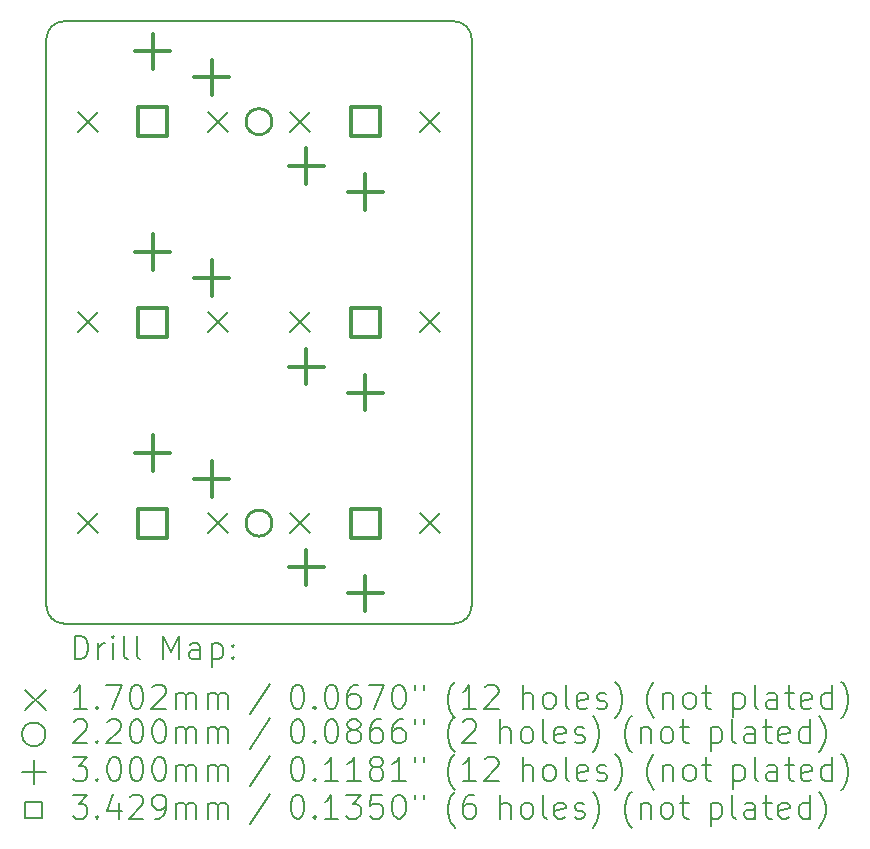
<source format=gbr>
%TF.GenerationSoftware,KiCad,Pcbnew,(7.0.0-0)*%
%TF.CreationDate,2023-06-08T17:13:47+08:00*%
%TF.ProjectId,thumb,7468756d-622e-46b6-9963-61645f706362,v1.0.0*%
%TF.SameCoordinates,Original*%
%TF.FileFunction,Drillmap*%
%TF.FilePolarity,Positive*%
%FSLAX45Y45*%
G04 Gerber Fmt 4.5, Leading zero omitted, Abs format (unit mm)*
G04 Created by KiCad (PCBNEW (7.0.0-0)) date 2023-06-08 17:13:47*
%MOMM*%
%LPD*%
G01*
G04 APERTURE LIST*
%ADD10C,0.150000*%
%ADD11C,0.200000*%
%ADD12C,0.170180*%
%ADD13C,0.220000*%
%ADD14C,0.300000*%
%ADD15C,0.342900*%
G04 APERTURE END LIST*
D10*
X-750000Y-850000D02*
X2550000Y-850000D01*
X-900000Y-700000D02*
X-900000Y4100000D01*
X-750000Y4250000D02*
X2550000Y4250000D01*
X2700000Y-700000D02*
X2700000Y4100000D01*
X2550000Y-850000D02*
G75*
G03*
X2700000Y-700000I0J150000D01*
G01*
X2700000Y4100000D02*
G75*
G03*
X2550000Y4250000I-150000J0D01*
G01*
X-750000Y4250000D02*
G75*
G03*
X-900000Y4100000I0J-150000D01*
G01*
X-900000Y-700000D02*
G75*
G03*
X-750000Y-850000I150000J0D01*
G01*
D11*
D12*
X-635090Y3485090D02*
X-464910Y3314910D01*
X-464910Y3485090D02*
X-635090Y3314910D01*
X-635090Y1785090D02*
X-464910Y1614910D01*
X-464910Y1785090D02*
X-635090Y1614910D01*
X-635090Y85090D02*
X-464910Y-85090D01*
X-464910Y85090D02*
X-635090Y-85090D01*
X464910Y3485090D02*
X635090Y3314910D01*
X635090Y3485090D02*
X464910Y3314910D01*
X464910Y1785090D02*
X635090Y1614910D01*
X635090Y1785090D02*
X464910Y1614910D01*
X464910Y85090D02*
X635090Y-85090D01*
X635090Y85090D02*
X464910Y-85090D01*
X1164910Y3485090D02*
X1335090Y3314910D01*
X1335090Y3485090D02*
X1164910Y3314910D01*
X1164910Y1785090D02*
X1335090Y1614910D01*
X1335090Y1785090D02*
X1164910Y1614910D01*
X1164910Y85090D02*
X1335090Y-85090D01*
X1335090Y85090D02*
X1164910Y-85090D01*
X2264910Y3485090D02*
X2435090Y3314910D01*
X2435090Y3485090D02*
X2264910Y3314910D01*
X2264910Y1785090D02*
X2435090Y1614910D01*
X2435090Y1785090D02*
X2264910Y1614910D01*
X2264910Y85090D02*
X2435090Y-85090D01*
X2435090Y85090D02*
X2264910Y-85090D01*
D13*
X1010000Y3400000D02*
G75*
G03*
X1010000Y3400000I-110000J0D01*
G01*
X1010000Y0D02*
G75*
G03*
X1010000Y0I-110000J0D01*
G01*
D14*
X0Y4145000D02*
X0Y3845000D01*
X-150000Y3995000D02*
X150000Y3995000D01*
X0Y2445000D02*
X0Y2145000D01*
X-150000Y2295000D02*
X150000Y2295000D01*
X0Y745000D02*
X0Y445000D01*
X-150000Y595000D02*
X150000Y595000D01*
X500000Y3925000D02*
X500000Y3625000D01*
X350000Y3775000D02*
X650000Y3775000D01*
X500000Y2225000D02*
X500000Y1925000D01*
X350000Y2075000D02*
X650000Y2075000D01*
X500000Y525000D02*
X500000Y225000D01*
X350000Y375000D02*
X650000Y375000D01*
X1300000Y3175000D02*
X1300000Y2875000D01*
X1150000Y3025000D02*
X1450000Y3025000D01*
X1300000Y1475000D02*
X1300000Y1175000D01*
X1150000Y1325000D02*
X1450000Y1325000D01*
X1300000Y-225000D02*
X1300000Y-525000D01*
X1150000Y-375000D02*
X1450000Y-375000D01*
X1800000Y2955000D02*
X1800000Y2655000D01*
X1650000Y2805000D02*
X1950000Y2805000D01*
X1800000Y1255000D02*
X1800000Y955000D01*
X1650000Y1105000D02*
X1950000Y1105000D01*
X1800000Y-445000D02*
X1800000Y-745000D01*
X1650000Y-595000D02*
X1950000Y-595000D01*
D15*
X121235Y3278765D02*
X121235Y3521235D01*
X-121235Y3521235D01*
X-121235Y3278765D01*
X121235Y3278765D01*
X121235Y1578765D02*
X121235Y1821235D01*
X-121235Y1821235D01*
X-121235Y1578765D01*
X121235Y1578765D01*
X121235Y-121235D02*
X121235Y121235D01*
X-121235Y121235D01*
X-121235Y-121235D01*
X121235Y-121235D01*
X1921235Y3278765D02*
X1921235Y3521235D01*
X1678765Y3521235D01*
X1678765Y3278765D01*
X1921235Y3278765D01*
X1921235Y1578765D02*
X1921235Y1821235D01*
X1678765Y1821235D01*
X1678765Y1578765D01*
X1921235Y1578765D01*
X1921235Y-121235D02*
X1921235Y121235D01*
X1678765Y121235D01*
X1678765Y-121235D01*
X1921235Y-121235D01*
D11*
X-659881Y-1150976D02*
X-659881Y-950976D01*
X-659881Y-950976D02*
X-612262Y-950976D01*
X-612262Y-950976D02*
X-583690Y-960500D01*
X-583690Y-960500D02*
X-564643Y-979548D01*
X-564643Y-979548D02*
X-555119Y-998595D01*
X-555119Y-998595D02*
X-545595Y-1036690D01*
X-545595Y-1036690D02*
X-545595Y-1065262D01*
X-545595Y-1065262D02*
X-555119Y-1103357D01*
X-555119Y-1103357D02*
X-564643Y-1122405D01*
X-564643Y-1122405D02*
X-583690Y-1141452D01*
X-583690Y-1141452D02*
X-612262Y-1150976D01*
X-612262Y-1150976D02*
X-659881Y-1150976D01*
X-459881Y-1150976D02*
X-459881Y-1017643D01*
X-459881Y-1055738D02*
X-450357Y-1036690D01*
X-450357Y-1036690D02*
X-440833Y-1027167D01*
X-440833Y-1027167D02*
X-421786Y-1017643D01*
X-421786Y-1017643D02*
X-402738Y-1017643D01*
X-336071Y-1150976D02*
X-336071Y-1017643D01*
X-336071Y-950976D02*
X-345595Y-960500D01*
X-345595Y-960500D02*
X-336071Y-970024D01*
X-336071Y-970024D02*
X-326548Y-960500D01*
X-326548Y-960500D02*
X-336071Y-950976D01*
X-336071Y-950976D02*
X-336071Y-970024D01*
X-212262Y-1150976D02*
X-231309Y-1141452D01*
X-231309Y-1141452D02*
X-240833Y-1122405D01*
X-240833Y-1122405D02*
X-240833Y-950976D01*
X-107500Y-1150976D02*
X-126548Y-1141452D01*
X-126548Y-1141452D02*
X-136071Y-1122405D01*
X-136071Y-1122405D02*
X-136071Y-950976D01*
X88690Y-1150976D02*
X88690Y-950976D01*
X88690Y-950976D02*
X155357Y-1093833D01*
X155357Y-1093833D02*
X222024Y-950976D01*
X222024Y-950976D02*
X222024Y-1150976D01*
X402976Y-1150976D02*
X402976Y-1046214D01*
X402976Y-1046214D02*
X393452Y-1027167D01*
X393452Y-1027167D02*
X374405Y-1017643D01*
X374405Y-1017643D02*
X336309Y-1017643D01*
X336309Y-1017643D02*
X317262Y-1027167D01*
X402976Y-1141452D02*
X383928Y-1150976D01*
X383928Y-1150976D02*
X336309Y-1150976D01*
X336309Y-1150976D02*
X317262Y-1141452D01*
X317262Y-1141452D02*
X307738Y-1122405D01*
X307738Y-1122405D02*
X307738Y-1103357D01*
X307738Y-1103357D02*
X317262Y-1084310D01*
X317262Y-1084310D02*
X336309Y-1074786D01*
X336309Y-1074786D02*
X383928Y-1074786D01*
X383928Y-1074786D02*
X402976Y-1065262D01*
X498214Y-1017643D02*
X498214Y-1217643D01*
X498214Y-1027167D02*
X517262Y-1017643D01*
X517262Y-1017643D02*
X555357Y-1017643D01*
X555357Y-1017643D02*
X574405Y-1027167D01*
X574405Y-1027167D02*
X583929Y-1036690D01*
X583929Y-1036690D02*
X593452Y-1055738D01*
X593452Y-1055738D02*
X593452Y-1112881D01*
X593452Y-1112881D02*
X583929Y-1131929D01*
X583929Y-1131929D02*
X574405Y-1141452D01*
X574405Y-1141452D02*
X555357Y-1150976D01*
X555357Y-1150976D02*
X517262Y-1150976D01*
X517262Y-1150976D02*
X498214Y-1141452D01*
X679167Y-1131929D02*
X688690Y-1141452D01*
X688690Y-1141452D02*
X679167Y-1150976D01*
X679167Y-1150976D02*
X669643Y-1141452D01*
X669643Y-1141452D02*
X679167Y-1131929D01*
X679167Y-1131929D02*
X679167Y-1150976D01*
X679167Y-1027167D02*
X688690Y-1036690D01*
X688690Y-1036690D02*
X679167Y-1046214D01*
X679167Y-1046214D02*
X669643Y-1036690D01*
X669643Y-1036690D02*
X679167Y-1027167D01*
X679167Y-1027167D02*
X679167Y-1046214D01*
D12*
X-1077680Y-1412410D02*
X-907500Y-1582590D01*
X-907500Y-1412410D02*
X-1077680Y-1582590D01*
D11*
X-555119Y-1570976D02*
X-669405Y-1570976D01*
X-612262Y-1570976D02*
X-612262Y-1370976D01*
X-612262Y-1370976D02*
X-631310Y-1399548D01*
X-631310Y-1399548D02*
X-650357Y-1418595D01*
X-650357Y-1418595D02*
X-669405Y-1428119D01*
X-469405Y-1551928D02*
X-459881Y-1561452D01*
X-459881Y-1561452D02*
X-469405Y-1570976D01*
X-469405Y-1570976D02*
X-478928Y-1561452D01*
X-478928Y-1561452D02*
X-469405Y-1551928D01*
X-469405Y-1551928D02*
X-469405Y-1570976D01*
X-393214Y-1370976D02*
X-259881Y-1370976D01*
X-259881Y-1370976D02*
X-345595Y-1570976D01*
X-145595Y-1370976D02*
X-126547Y-1370976D01*
X-126547Y-1370976D02*
X-107500Y-1380500D01*
X-107500Y-1380500D02*
X-97976Y-1390024D01*
X-97976Y-1390024D02*
X-88452Y-1409071D01*
X-88452Y-1409071D02*
X-78929Y-1447167D01*
X-78929Y-1447167D02*
X-78929Y-1494786D01*
X-78929Y-1494786D02*
X-88452Y-1532881D01*
X-88452Y-1532881D02*
X-97976Y-1551928D01*
X-97976Y-1551928D02*
X-107500Y-1561452D01*
X-107500Y-1561452D02*
X-126547Y-1570976D01*
X-126547Y-1570976D02*
X-145595Y-1570976D01*
X-145595Y-1570976D02*
X-164643Y-1561452D01*
X-164643Y-1561452D02*
X-174167Y-1551928D01*
X-174167Y-1551928D02*
X-183690Y-1532881D01*
X-183690Y-1532881D02*
X-193214Y-1494786D01*
X-193214Y-1494786D02*
X-193214Y-1447167D01*
X-193214Y-1447167D02*
X-183690Y-1409071D01*
X-183690Y-1409071D02*
X-174167Y-1390024D01*
X-174167Y-1390024D02*
X-164643Y-1380500D01*
X-164643Y-1380500D02*
X-145595Y-1370976D01*
X-2738Y-1390024D02*
X6786Y-1380500D01*
X6786Y-1380500D02*
X25833Y-1370976D01*
X25833Y-1370976D02*
X73452Y-1370976D01*
X73452Y-1370976D02*
X92500Y-1380500D01*
X92500Y-1380500D02*
X102024Y-1390024D01*
X102024Y-1390024D02*
X111548Y-1409071D01*
X111548Y-1409071D02*
X111548Y-1428119D01*
X111548Y-1428119D02*
X102024Y-1456690D01*
X102024Y-1456690D02*
X-12262Y-1570976D01*
X-12262Y-1570976D02*
X111548Y-1570976D01*
X197262Y-1570976D02*
X197262Y-1437643D01*
X197262Y-1456690D02*
X206786Y-1447167D01*
X206786Y-1447167D02*
X225833Y-1437643D01*
X225833Y-1437643D02*
X254405Y-1437643D01*
X254405Y-1437643D02*
X273452Y-1447167D01*
X273452Y-1447167D02*
X282976Y-1466214D01*
X282976Y-1466214D02*
X282976Y-1570976D01*
X282976Y-1466214D02*
X292500Y-1447167D01*
X292500Y-1447167D02*
X311548Y-1437643D01*
X311548Y-1437643D02*
X340119Y-1437643D01*
X340119Y-1437643D02*
X359167Y-1447167D01*
X359167Y-1447167D02*
X368690Y-1466214D01*
X368690Y-1466214D02*
X368690Y-1570976D01*
X463929Y-1570976D02*
X463929Y-1437643D01*
X463929Y-1456690D02*
X473452Y-1447167D01*
X473452Y-1447167D02*
X492500Y-1437643D01*
X492500Y-1437643D02*
X521071Y-1437643D01*
X521071Y-1437643D02*
X540119Y-1447167D01*
X540119Y-1447167D02*
X549643Y-1466214D01*
X549643Y-1466214D02*
X549643Y-1570976D01*
X549643Y-1466214D02*
X559167Y-1447167D01*
X559167Y-1447167D02*
X578214Y-1437643D01*
X578214Y-1437643D02*
X606786Y-1437643D01*
X606786Y-1437643D02*
X625833Y-1447167D01*
X625833Y-1447167D02*
X635357Y-1466214D01*
X635357Y-1466214D02*
X635357Y-1570976D01*
X993452Y-1361452D02*
X822024Y-1618595D01*
X1218214Y-1370976D02*
X1237262Y-1370976D01*
X1237262Y-1370976D02*
X1256310Y-1380500D01*
X1256310Y-1380500D02*
X1265833Y-1390024D01*
X1265833Y-1390024D02*
X1275357Y-1409071D01*
X1275357Y-1409071D02*
X1284881Y-1447167D01*
X1284881Y-1447167D02*
X1284881Y-1494786D01*
X1284881Y-1494786D02*
X1275357Y-1532881D01*
X1275357Y-1532881D02*
X1265833Y-1551928D01*
X1265833Y-1551928D02*
X1256310Y-1561452D01*
X1256310Y-1561452D02*
X1237262Y-1570976D01*
X1237262Y-1570976D02*
X1218214Y-1570976D01*
X1218214Y-1570976D02*
X1199167Y-1561452D01*
X1199167Y-1561452D02*
X1189643Y-1551928D01*
X1189643Y-1551928D02*
X1180119Y-1532881D01*
X1180119Y-1532881D02*
X1170595Y-1494786D01*
X1170595Y-1494786D02*
X1170595Y-1447167D01*
X1170595Y-1447167D02*
X1180119Y-1409071D01*
X1180119Y-1409071D02*
X1189643Y-1390024D01*
X1189643Y-1390024D02*
X1199167Y-1380500D01*
X1199167Y-1380500D02*
X1218214Y-1370976D01*
X1370595Y-1551928D02*
X1380119Y-1561452D01*
X1380119Y-1561452D02*
X1370595Y-1570976D01*
X1370595Y-1570976D02*
X1361072Y-1561452D01*
X1361072Y-1561452D02*
X1370595Y-1551928D01*
X1370595Y-1551928D02*
X1370595Y-1570976D01*
X1503929Y-1370976D02*
X1522976Y-1370976D01*
X1522976Y-1370976D02*
X1542024Y-1380500D01*
X1542024Y-1380500D02*
X1551548Y-1390024D01*
X1551548Y-1390024D02*
X1561071Y-1409071D01*
X1561071Y-1409071D02*
X1570595Y-1447167D01*
X1570595Y-1447167D02*
X1570595Y-1494786D01*
X1570595Y-1494786D02*
X1561071Y-1532881D01*
X1561071Y-1532881D02*
X1551548Y-1551928D01*
X1551548Y-1551928D02*
X1542024Y-1561452D01*
X1542024Y-1561452D02*
X1522976Y-1570976D01*
X1522976Y-1570976D02*
X1503929Y-1570976D01*
X1503929Y-1570976D02*
X1484881Y-1561452D01*
X1484881Y-1561452D02*
X1475357Y-1551928D01*
X1475357Y-1551928D02*
X1465833Y-1532881D01*
X1465833Y-1532881D02*
X1456310Y-1494786D01*
X1456310Y-1494786D02*
X1456310Y-1447167D01*
X1456310Y-1447167D02*
X1465833Y-1409071D01*
X1465833Y-1409071D02*
X1475357Y-1390024D01*
X1475357Y-1390024D02*
X1484881Y-1380500D01*
X1484881Y-1380500D02*
X1503929Y-1370976D01*
X1742024Y-1370976D02*
X1703929Y-1370976D01*
X1703929Y-1370976D02*
X1684881Y-1380500D01*
X1684881Y-1380500D02*
X1675357Y-1390024D01*
X1675357Y-1390024D02*
X1656310Y-1418595D01*
X1656310Y-1418595D02*
X1646786Y-1456690D01*
X1646786Y-1456690D02*
X1646786Y-1532881D01*
X1646786Y-1532881D02*
X1656310Y-1551928D01*
X1656310Y-1551928D02*
X1665833Y-1561452D01*
X1665833Y-1561452D02*
X1684881Y-1570976D01*
X1684881Y-1570976D02*
X1722976Y-1570976D01*
X1722976Y-1570976D02*
X1742024Y-1561452D01*
X1742024Y-1561452D02*
X1751548Y-1551928D01*
X1751548Y-1551928D02*
X1761071Y-1532881D01*
X1761071Y-1532881D02*
X1761071Y-1485262D01*
X1761071Y-1485262D02*
X1751548Y-1466214D01*
X1751548Y-1466214D02*
X1742024Y-1456690D01*
X1742024Y-1456690D02*
X1722976Y-1447167D01*
X1722976Y-1447167D02*
X1684881Y-1447167D01*
X1684881Y-1447167D02*
X1665833Y-1456690D01*
X1665833Y-1456690D02*
X1656310Y-1466214D01*
X1656310Y-1466214D02*
X1646786Y-1485262D01*
X1827738Y-1370976D02*
X1961071Y-1370976D01*
X1961071Y-1370976D02*
X1875357Y-1570976D01*
X2075357Y-1370976D02*
X2094405Y-1370976D01*
X2094405Y-1370976D02*
X2113453Y-1380500D01*
X2113453Y-1380500D02*
X2122976Y-1390024D01*
X2122976Y-1390024D02*
X2132500Y-1409071D01*
X2132500Y-1409071D02*
X2142024Y-1447167D01*
X2142024Y-1447167D02*
X2142024Y-1494786D01*
X2142024Y-1494786D02*
X2132500Y-1532881D01*
X2132500Y-1532881D02*
X2122976Y-1551928D01*
X2122976Y-1551928D02*
X2113453Y-1561452D01*
X2113453Y-1561452D02*
X2094405Y-1570976D01*
X2094405Y-1570976D02*
X2075357Y-1570976D01*
X2075357Y-1570976D02*
X2056310Y-1561452D01*
X2056310Y-1561452D02*
X2046786Y-1551928D01*
X2046786Y-1551928D02*
X2037262Y-1532881D01*
X2037262Y-1532881D02*
X2027738Y-1494786D01*
X2027738Y-1494786D02*
X2027738Y-1447167D01*
X2027738Y-1447167D02*
X2037262Y-1409071D01*
X2037262Y-1409071D02*
X2046786Y-1390024D01*
X2046786Y-1390024D02*
X2056310Y-1380500D01*
X2056310Y-1380500D02*
X2075357Y-1370976D01*
X2218214Y-1370976D02*
X2218214Y-1409071D01*
X2294405Y-1370976D02*
X2294405Y-1409071D01*
X2557262Y-1647167D02*
X2547738Y-1637643D01*
X2547738Y-1637643D02*
X2528691Y-1609071D01*
X2528691Y-1609071D02*
X2519167Y-1590024D01*
X2519167Y-1590024D02*
X2509643Y-1561452D01*
X2509643Y-1561452D02*
X2500119Y-1513833D01*
X2500119Y-1513833D02*
X2500119Y-1475738D01*
X2500119Y-1475738D02*
X2509643Y-1428119D01*
X2509643Y-1428119D02*
X2519167Y-1399548D01*
X2519167Y-1399548D02*
X2528691Y-1380500D01*
X2528691Y-1380500D02*
X2547738Y-1351929D01*
X2547738Y-1351929D02*
X2557262Y-1342405D01*
X2738214Y-1570976D02*
X2623929Y-1570976D01*
X2681072Y-1570976D02*
X2681072Y-1370976D01*
X2681072Y-1370976D02*
X2662024Y-1399548D01*
X2662024Y-1399548D02*
X2642976Y-1418595D01*
X2642976Y-1418595D02*
X2623929Y-1428119D01*
X2814405Y-1390024D02*
X2823929Y-1380500D01*
X2823929Y-1380500D02*
X2842976Y-1370976D01*
X2842976Y-1370976D02*
X2890595Y-1370976D01*
X2890595Y-1370976D02*
X2909643Y-1380500D01*
X2909643Y-1380500D02*
X2919167Y-1390024D01*
X2919167Y-1390024D02*
X2928691Y-1409071D01*
X2928691Y-1409071D02*
X2928691Y-1428119D01*
X2928691Y-1428119D02*
X2919167Y-1456690D01*
X2919167Y-1456690D02*
X2804881Y-1570976D01*
X2804881Y-1570976D02*
X2928691Y-1570976D01*
X3134405Y-1570976D02*
X3134405Y-1370976D01*
X3220119Y-1570976D02*
X3220119Y-1466214D01*
X3220119Y-1466214D02*
X3210595Y-1447167D01*
X3210595Y-1447167D02*
X3191548Y-1437643D01*
X3191548Y-1437643D02*
X3162976Y-1437643D01*
X3162976Y-1437643D02*
X3143929Y-1447167D01*
X3143929Y-1447167D02*
X3134405Y-1456690D01*
X3343929Y-1570976D02*
X3324881Y-1561452D01*
X3324881Y-1561452D02*
X3315357Y-1551928D01*
X3315357Y-1551928D02*
X3305833Y-1532881D01*
X3305833Y-1532881D02*
X3305833Y-1475738D01*
X3305833Y-1475738D02*
X3315357Y-1456690D01*
X3315357Y-1456690D02*
X3324881Y-1447167D01*
X3324881Y-1447167D02*
X3343929Y-1437643D01*
X3343929Y-1437643D02*
X3372500Y-1437643D01*
X3372500Y-1437643D02*
X3391548Y-1447167D01*
X3391548Y-1447167D02*
X3401072Y-1456690D01*
X3401072Y-1456690D02*
X3410595Y-1475738D01*
X3410595Y-1475738D02*
X3410595Y-1532881D01*
X3410595Y-1532881D02*
X3401072Y-1551928D01*
X3401072Y-1551928D02*
X3391548Y-1561452D01*
X3391548Y-1561452D02*
X3372500Y-1570976D01*
X3372500Y-1570976D02*
X3343929Y-1570976D01*
X3524881Y-1570976D02*
X3505833Y-1561452D01*
X3505833Y-1561452D02*
X3496310Y-1542405D01*
X3496310Y-1542405D02*
X3496310Y-1370976D01*
X3677262Y-1561452D02*
X3658214Y-1570976D01*
X3658214Y-1570976D02*
X3620119Y-1570976D01*
X3620119Y-1570976D02*
X3601072Y-1561452D01*
X3601072Y-1561452D02*
X3591548Y-1542405D01*
X3591548Y-1542405D02*
X3591548Y-1466214D01*
X3591548Y-1466214D02*
X3601072Y-1447167D01*
X3601072Y-1447167D02*
X3620119Y-1437643D01*
X3620119Y-1437643D02*
X3658214Y-1437643D01*
X3658214Y-1437643D02*
X3677262Y-1447167D01*
X3677262Y-1447167D02*
X3686786Y-1466214D01*
X3686786Y-1466214D02*
X3686786Y-1485262D01*
X3686786Y-1485262D02*
X3591548Y-1504309D01*
X3762976Y-1561452D02*
X3782024Y-1570976D01*
X3782024Y-1570976D02*
X3820119Y-1570976D01*
X3820119Y-1570976D02*
X3839167Y-1561452D01*
X3839167Y-1561452D02*
X3848691Y-1542405D01*
X3848691Y-1542405D02*
X3848691Y-1532881D01*
X3848691Y-1532881D02*
X3839167Y-1513833D01*
X3839167Y-1513833D02*
X3820119Y-1504309D01*
X3820119Y-1504309D02*
X3791548Y-1504309D01*
X3791548Y-1504309D02*
X3772500Y-1494786D01*
X3772500Y-1494786D02*
X3762976Y-1475738D01*
X3762976Y-1475738D02*
X3762976Y-1466214D01*
X3762976Y-1466214D02*
X3772500Y-1447167D01*
X3772500Y-1447167D02*
X3791548Y-1437643D01*
X3791548Y-1437643D02*
X3820119Y-1437643D01*
X3820119Y-1437643D02*
X3839167Y-1447167D01*
X3915357Y-1647167D02*
X3924881Y-1637643D01*
X3924881Y-1637643D02*
X3943929Y-1609071D01*
X3943929Y-1609071D02*
X3953453Y-1590024D01*
X3953453Y-1590024D02*
X3962976Y-1561452D01*
X3962976Y-1561452D02*
X3972500Y-1513833D01*
X3972500Y-1513833D02*
X3972500Y-1475738D01*
X3972500Y-1475738D02*
X3962976Y-1428119D01*
X3962976Y-1428119D02*
X3953453Y-1399548D01*
X3953453Y-1399548D02*
X3943929Y-1380500D01*
X3943929Y-1380500D02*
X3924881Y-1351929D01*
X3924881Y-1351929D02*
X3915357Y-1342405D01*
X4244881Y-1647167D02*
X4235357Y-1637643D01*
X4235357Y-1637643D02*
X4216310Y-1609071D01*
X4216310Y-1609071D02*
X4206786Y-1590024D01*
X4206786Y-1590024D02*
X4197262Y-1561452D01*
X4197262Y-1561452D02*
X4187738Y-1513833D01*
X4187738Y-1513833D02*
X4187738Y-1475738D01*
X4187738Y-1475738D02*
X4197262Y-1428119D01*
X4197262Y-1428119D02*
X4206786Y-1399548D01*
X4206786Y-1399548D02*
X4216310Y-1380500D01*
X4216310Y-1380500D02*
X4235357Y-1351929D01*
X4235357Y-1351929D02*
X4244881Y-1342405D01*
X4321072Y-1437643D02*
X4321072Y-1570976D01*
X4321072Y-1456690D02*
X4330595Y-1447167D01*
X4330595Y-1447167D02*
X4349643Y-1437643D01*
X4349643Y-1437643D02*
X4378215Y-1437643D01*
X4378215Y-1437643D02*
X4397262Y-1447167D01*
X4397262Y-1447167D02*
X4406786Y-1466214D01*
X4406786Y-1466214D02*
X4406786Y-1570976D01*
X4530595Y-1570976D02*
X4511548Y-1561452D01*
X4511548Y-1561452D02*
X4502024Y-1551928D01*
X4502024Y-1551928D02*
X4492500Y-1532881D01*
X4492500Y-1532881D02*
X4492500Y-1475738D01*
X4492500Y-1475738D02*
X4502024Y-1456690D01*
X4502024Y-1456690D02*
X4511548Y-1447167D01*
X4511548Y-1447167D02*
X4530595Y-1437643D01*
X4530595Y-1437643D02*
X4559167Y-1437643D01*
X4559167Y-1437643D02*
X4578215Y-1447167D01*
X4578215Y-1447167D02*
X4587738Y-1456690D01*
X4587738Y-1456690D02*
X4597262Y-1475738D01*
X4597262Y-1475738D02*
X4597262Y-1532881D01*
X4597262Y-1532881D02*
X4587738Y-1551928D01*
X4587738Y-1551928D02*
X4578215Y-1561452D01*
X4578215Y-1561452D02*
X4559167Y-1570976D01*
X4559167Y-1570976D02*
X4530595Y-1570976D01*
X4654405Y-1437643D02*
X4730595Y-1437643D01*
X4682976Y-1370976D02*
X4682976Y-1542405D01*
X4682976Y-1542405D02*
X4692500Y-1561452D01*
X4692500Y-1561452D02*
X4711548Y-1570976D01*
X4711548Y-1570976D02*
X4730595Y-1570976D01*
X4917262Y-1437643D02*
X4917262Y-1637643D01*
X4917262Y-1447167D02*
X4936310Y-1437643D01*
X4936310Y-1437643D02*
X4974405Y-1437643D01*
X4974405Y-1437643D02*
X4993453Y-1447167D01*
X4993453Y-1447167D02*
X5002976Y-1456690D01*
X5002976Y-1456690D02*
X5012500Y-1475738D01*
X5012500Y-1475738D02*
X5012500Y-1532881D01*
X5012500Y-1532881D02*
X5002976Y-1551928D01*
X5002976Y-1551928D02*
X4993453Y-1561452D01*
X4993453Y-1561452D02*
X4974405Y-1570976D01*
X4974405Y-1570976D02*
X4936310Y-1570976D01*
X4936310Y-1570976D02*
X4917262Y-1561452D01*
X5126786Y-1570976D02*
X5107738Y-1561452D01*
X5107738Y-1561452D02*
X5098215Y-1542405D01*
X5098215Y-1542405D02*
X5098215Y-1370976D01*
X5288691Y-1570976D02*
X5288691Y-1466214D01*
X5288691Y-1466214D02*
X5279167Y-1447167D01*
X5279167Y-1447167D02*
X5260119Y-1437643D01*
X5260119Y-1437643D02*
X5222024Y-1437643D01*
X5222024Y-1437643D02*
X5202976Y-1447167D01*
X5288691Y-1561452D02*
X5269643Y-1570976D01*
X5269643Y-1570976D02*
X5222024Y-1570976D01*
X5222024Y-1570976D02*
X5202976Y-1561452D01*
X5202976Y-1561452D02*
X5193453Y-1542405D01*
X5193453Y-1542405D02*
X5193453Y-1523357D01*
X5193453Y-1523357D02*
X5202976Y-1504309D01*
X5202976Y-1504309D02*
X5222024Y-1494786D01*
X5222024Y-1494786D02*
X5269643Y-1494786D01*
X5269643Y-1494786D02*
X5288691Y-1485262D01*
X5355357Y-1437643D02*
X5431548Y-1437643D01*
X5383929Y-1370976D02*
X5383929Y-1542405D01*
X5383929Y-1542405D02*
X5393453Y-1561452D01*
X5393453Y-1561452D02*
X5412500Y-1570976D01*
X5412500Y-1570976D02*
X5431548Y-1570976D01*
X5574405Y-1561452D02*
X5555357Y-1570976D01*
X5555357Y-1570976D02*
X5517262Y-1570976D01*
X5517262Y-1570976D02*
X5498215Y-1561452D01*
X5498215Y-1561452D02*
X5488691Y-1542405D01*
X5488691Y-1542405D02*
X5488691Y-1466214D01*
X5488691Y-1466214D02*
X5498215Y-1447167D01*
X5498215Y-1447167D02*
X5517262Y-1437643D01*
X5517262Y-1437643D02*
X5555357Y-1437643D01*
X5555357Y-1437643D02*
X5574405Y-1447167D01*
X5574405Y-1447167D02*
X5583929Y-1466214D01*
X5583929Y-1466214D02*
X5583929Y-1485262D01*
X5583929Y-1485262D02*
X5488691Y-1504309D01*
X5755357Y-1570976D02*
X5755357Y-1370976D01*
X5755357Y-1561452D02*
X5736310Y-1570976D01*
X5736310Y-1570976D02*
X5698214Y-1570976D01*
X5698214Y-1570976D02*
X5679167Y-1561452D01*
X5679167Y-1561452D02*
X5669643Y-1551928D01*
X5669643Y-1551928D02*
X5660119Y-1532881D01*
X5660119Y-1532881D02*
X5660119Y-1475738D01*
X5660119Y-1475738D02*
X5669643Y-1456690D01*
X5669643Y-1456690D02*
X5679167Y-1447167D01*
X5679167Y-1447167D02*
X5698214Y-1437643D01*
X5698214Y-1437643D02*
X5736310Y-1437643D01*
X5736310Y-1437643D02*
X5755357Y-1447167D01*
X5831548Y-1647167D02*
X5841072Y-1637643D01*
X5841072Y-1637643D02*
X5860119Y-1609071D01*
X5860119Y-1609071D02*
X5869643Y-1590024D01*
X5869643Y-1590024D02*
X5879167Y-1561452D01*
X5879167Y-1561452D02*
X5888691Y-1513833D01*
X5888691Y-1513833D02*
X5888691Y-1475738D01*
X5888691Y-1475738D02*
X5879167Y-1428119D01*
X5879167Y-1428119D02*
X5869643Y-1399548D01*
X5869643Y-1399548D02*
X5860119Y-1380500D01*
X5860119Y-1380500D02*
X5841072Y-1351929D01*
X5841072Y-1351929D02*
X5831548Y-1342405D01*
X-907500Y-1787680D02*
G75*
G03*
X-907500Y-1787680I-100000J0D01*
G01*
X-669405Y-1680204D02*
X-659881Y-1670680D01*
X-659881Y-1670680D02*
X-640833Y-1661156D01*
X-640833Y-1661156D02*
X-593214Y-1661156D01*
X-593214Y-1661156D02*
X-574167Y-1670680D01*
X-574167Y-1670680D02*
X-564643Y-1680204D01*
X-564643Y-1680204D02*
X-555119Y-1699251D01*
X-555119Y-1699251D02*
X-555119Y-1718299D01*
X-555119Y-1718299D02*
X-564643Y-1746870D01*
X-564643Y-1746870D02*
X-678929Y-1861156D01*
X-678929Y-1861156D02*
X-555119Y-1861156D01*
X-469405Y-1842108D02*
X-459881Y-1851632D01*
X-459881Y-1851632D02*
X-469405Y-1861156D01*
X-469405Y-1861156D02*
X-478928Y-1851632D01*
X-478928Y-1851632D02*
X-469405Y-1842108D01*
X-469405Y-1842108D02*
X-469405Y-1861156D01*
X-383690Y-1680204D02*
X-374167Y-1670680D01*
X-374167Y-1670680D02*
X-355119Y-1661156D01*
X-355119Y-1661156D02*
X-307500Y-1661156D01*
X-307500Y-1661156D02*
X-288452Y-1670680D01*
X-288452Y-1670680D02*
X-278929Y-1680204D01*
X-278929Y-1680204D02*
X-269405Y-1699251D01*
X-269405Y-1699251D02*
X-269405Y-1718299D01*
X-269405Y-1718299D02*
X-278929Y-1746870D01*
X-278929Y-1746870D02*
X-393214Y-1861156D01*
X-393214Y-1861156D02*
X-269405Y-1861156D01*
X-145595Y-1661156D02*
X-126547Y-1661156D01*
X-126547Y-1661156D02*
X-107500Y-1670680D01*
X-107500Y-1670680D02*
X-97976Y-1680204D01*
X-97976Y-1680204D02*
X-88452Y-1699251D01*
X-88452Y-1699251D02*
X-78929Y-1737347D01*
X-78929Y-1737347D02*
X-78929Y-1784966D01*
X-78929Y-1784966D02*
X-88452Y-1823061D01*
X-88452Y-1823061D02*
X-97976Y-1842108D01*
X-97976Y-1842108D02*
X-107500Y-1851632D01*
X-107500Y-1851632D02*
X-126547Y-1861156D01*
X-126547Y-1861156D02*
X-145595Y-1861156D01*
X-145595Y-1861156D02*
X-164643Y-1851632D01*
X-164643Y-1851632D02*
X-174167Y-1842108D01*
X-174167Y-1842108D02*
X-183690Y-1823061D01*
X-183690Y-1823061D02*
X-193214Y-1784966D01*
X-193214Y-1784966D02*
X-193214Y-1737347D01*
X-193214Y-1737347D02*
X-183690Y-1699251D01*
X-183690Y-1699251D02*
X-174167Y-1680204D01*
X-174167Y-1680204D02*
X-164643Y-1670680D01*
X-164643Y-1670680D02*
X-145595Y-1661156D01*
X44881Y-1661156D02*
X63929Y-1661156D01*
X63929Y-1661156D02*
X82976Y-1670680D01*
X82976Y-1670680D02*
X92500Y-1680204D01*
X92500Y-1680204D02*
X102024Y-1699251D01*
X102024Y-1699251D02*
X111548Y-1737347D01*
X111548Y-1737347D02*
X111548Y-1784966D01*
X111548Y-1784966D02*
X102024Y-1823061D01*
X102024Y-1823061D02*
X92500Y-1842108D01*
X92500Y-1842108D02*
X82976Y-1851632D01*
X82976Y-1851632D02*
X63929Y-1861156D01*
X63929Y-1861156D02*
X44881Y-1861156D01*
X44881Y-1861156D02*
X25833Y-1851632D01*
X25833Y-1851632D02*
X16309Y-1842108D01*
X16309Y-1842108D02*
X6786Y-1823061D01*
X6786Y-1823061D02*
X-2738Y-1784966D01*
X-2738Y-1784966D02*
X-2738Y-1737347D01*
X-2738Y-1737347D02*
X6786Y-1699251D01*
X6786Y-1699251D02*
X16309Y-1680204D01*
X16309Y-1680204D02*
X25833Y-1670680D01*
X25833Y-1670680D02*
X44881Y-1661156D01*
X197262Y-1861156D02*
X197262Y-1727823D01*
X197262Y-1746870D02*
X206786Y-1737347D01*
X206786Y-1737347D02*
X225833Y-1727823D01*
X225833Y-1727823D02*
X254405Y-1727823D01*
X254405Y-1727823D02*
X273452Y-1737347D01*
X273452Y-1737347D02*
X282976Y-1756394D01*
X282976Y-1756394D02*
X282976Y-1861156D01*
X282976Y-1756394D02*
X292500Y-1737347D01*
X292500Y-1737347D02*
X311548Y-1727823D01*
X311548Y-1727823D02*
X340119Y-1727823D01*
X340119Y-1727823D02*
X359167Y-1737347D01*
X359167Y-1737347D02*
X368690Y-1756394D01*
X368690Y-1756394D02*
X368690Y-1861156D01*
X463929Y-1861156D02*
X463929Y-1727823D01*
X463929Y-1746870D02*
X473452Y-1737347D01*
X473452Y-1737347D02*
X492500Y-1727823D01*
X492500Y-1727823D02*
X521071Y-1727823D01*
X521071Y-1727823D02*
X540119Y-1737347D01*
X540119Y-1737347D02*
X549643Y-1756394D01*
X549643Y-1756394D02*
X549643Y-1861156D01*
X549643Y-1756394D02*
X559167Y-1737347D01*
X559167Y-1737347D02*
X578214Y-1727823D01*
X578214Y-1727823D02*
X606786Y-1727823D01*
X606786Y-1727823D02*
X625833Y-1737347D01*
X625833Y-1737347D02*
X635357Y-1756394D01*
X635357Y-1756394D02*
X635357Y-1861156D01*
X993452Y-1651632D02*
X822024Y-1908775D01*
X1218214Y-1661156D02*
X1237262Y-1661156D01*
X1237262Y-1661156D02*
X1256310Y-1670680D01*
X1256310Y-1670680D02*
X1265833Y-1680204D01*
X1265833Y-1680204D02*
X1275357Y-1699251D01*
X1275357Y-1699251D02*
X1284881Y-1737347D01*
X1284881Y-1737347D02*
X1284881Y-1784966D01*
X1284881Y-1784966D02*
X1275357Y-1823061D01*
X1275357Y-1823061D02*
X1265833Y-1842108D01*
X1265833Y-1842108D02*
X1256310Y-1851632D01*
X1256310Y-1851632D02*
X1237262Y-1861156D01*
X1237262Y-1861156D02*
X1218214Y-1861156D01*
X1218214Y-1861156D02*
X1199167Y-1851632D01*
X1199167Y-1851632D02*
X1189643Y-1842108D01*
X1189643Y-1842108D02*
X1180119Y-1823061D01*
X1180119Y-1823061D02*
X1170595Y-1784966D01*
X1170595Y-1784966D02*
X1170595Y-1737347D01*
X1170595Y-1737347D02*
X1180119Y-1699251D01*
X1180119Y-1699251D02*
X1189643Y-1680204D01*
X1189643Y-1680204D02*
X1199167Y-1670680D01*
X1199167Y-1670680D02*
X1218214Y-1661156D01*
X1370595Y-1842108D02*
X1380119Y-1851632D01*
X1380119Y-1851632D02*
X1370595Y-1861156D01*
X1370595Y-1861156D02*
X1361072Y-1851632D01*
X1361072Y-1851632D02*
X1370595Y-1842108D01*
X1370595Y-1842108D02*
X1370595Y-1861156D01*
X1503929Y-1661156D02*
X1522976Y-1661156D01*
X1522976Y-1661156D02*
X1542024Y-1670680D01*
X1542024Y-1670680D02*
X1551548Y-1680204D01*
X1551548Y-1680204D02*
X1561071Y-1699251D01*
X1561071Y-1699251D02*
X1570595Y-1737347D01*
X1570595Y-1737347D02*
X1570595Y-1784966D01*
X1570595Y-1784966D02*
X1561071Y-1823061D01*
X1561071Y-1823061D02*
X1551548Y-1842108D01*
X1551548Y-1842108D02*
X1542024Y-1851632D01*
X1542024Y-1851632D02*
X1522976Y-1861156D01*
X1522976Y-1861156D02*
X1503929Y-1861156D01*
X1503929Y-1861156D02*
X1484881Y-1851632D01*
X1484881Y-1851632D02*
X1475357Y-1842108D01*
X1475357Y-1842108D02*
X1465833Y-1823061D01*
X1465833Y-1823061D02*
X1456310Y-1784966D01*
X1456310Y-1784966D02*
X1456310Y-1737347D01*
X1456310Y-1737347D02*
X1465833Y-1699251D01*
X1465833Y-1699251D02*
X1475357Y-1680204D01*
X1475357Y-1680204D02*
X1484881Y-1670680D01*
X1484881Y-1670680D02*
X1503929Y-1661156D01*
X1684881Y-1746870D02*
X1665833Y-1737347D01*
X1665833Y-1737347D02*
X1656310Y-1727823D01*
X1656310Y-1727823D02*
X1646786Y-1708775D01*
X1646786Y-1708775D02*
X1646786Y-1699251D01*
X1646786Y-1699251D02*
X1656310Y-1680204D01*
X1656310Y-1680204D02*
X1665833Y-1670680D01*
X1665833Y-1670680D02*
X1684881Y-1661156D01*
X1684881Y-1661156D02*
X1722976Y-1661156D01*
X1722976Y-1661156D02*
X1742024Y-1670680D01*
X1742024Y-1670680D02*
X1751548Y-1680204D01*
X1751548Y-1680204D02*
X1761071Y-1699251D01*
X1761071Y-1699251D02*
X1761071Y-1708775D01*
X1761071Y-1708775D02*
X1751548Y-1727823D01*
X1751548Y-1727823D02*
X1742024Y-1737347D01*
X1742024Y-1737347D02*
X1722976Y-1746870D01*
X1722976Y-1746870D02*
X1684881Y-1746870D01*
X1684881Y-1746870D02*
X1665833Y-1756394D01*
X1665833Y-1756394D02*
X1656310Y-1765918D01*
X1656310Y-1765918D02*
X1646786Y-1784966D01*
X1646786Y-1784966D02*
X1646786Y-1823061D01*
X1646786Y-1823061D02*
X1656310Y-1842108D01*
X1656310Y-1842108D02*
X1665833Y-1851632D01*
X1665833Y-1851632D02*
X1684881Y-1861156D01*
X1684881Y-1861156D02*
X1722976Y-1861156D01*
X1722976Y-1861156D02*
X1742024Y-1851632D01*
X1742024Y-1851632D02*
X1751548Y-1842108D01*
X1751548Y-1842108D02*
X1761071Y-1823061D01*
X1761071Y-1823061D02*
X1761071Y-1784966D01*
X1761071Y-1784966D02*
X1751548Y-1765918D01*
X1751548Y-1765918D02*
X1742024Y-1756394D01*
X1742024Y-1756394D02*
X1722976Y-1746870D01*
X1932500Y-1661156D02*
X1894405Y-1661156D01*
X1894405Y-1661156D02*
X1875357Y-1670680D01*
X1875357Y-1670680D02*
X1865833Y-1680204D01*
X1865833Y-1680204D02*
X1846786Y-1708775D01*
X1846786Y-1708775D02*
X1837262Y-1746870D01*
X1837262Y-1746870D02*
X1837262Y-1823061D01*
X1837262Y-1823061D02*
X1846786Y-1842108D01*
X1846786Y-1842108D02*
X1856310Y-1851632D01*
X1856310Y-1851632D02*
X1875357Y-1861156D01*
X1875357Y-1861156D02*
X1913452Y-1861156D01*
X1913452Y-1861156D02*
X1932500Y-1851632D01*
X1932500Y-1851632D02*
X1942024Y-1842108D01*
X1942024Y-1842108D02*
X1951548Y-1823061D01*
X1951548Y-1823061D02*
X1951548Y-1775442D01*
X1951548Y-1775442D02*
X1942024Y-1756394D01*
X1942024Y-1756394D02*
X1932500Y-1746870D01*
X1932500Y-1746870D02*
X1913452Y-1737347D01*
X1913452Y-1737347D02*
X1875357Y-1737347D01*
X1875357Y-1737347D02*
X1856310Y-1746870D01*
X1856310Y-1746870D02*
X1846786Y-1756394D01*
X1846786Y-1756394D02*
X1837262Y-1775442D01*
X2122976Y-1661156D02*
X2084881Y-1661156D01*
X2084881Y-1661156D02*
X2065833Y-1670680D01*
X2065833Y-1670680D02*
X2056310Y-1680204D01*
X2056310Y-1680204D02*
X2037262Y-1708775D01*
X2037262Y-1708775D02*
X2027738Y-1746870D01*
X2027738Y-1746870D02*
X2027738Y-1823061D01*
X2027738Y-1823061D02*
X2037262Y-1842108D01*
X2037262Y-1842108D02*
X2046786Y-1851632D01*
X2046786Y-1851632D02*
X2065833Y-1861156D01*
X2065833Y-1861156D02*
X2103929Y-1861156D01*
X2103929Y-1861156D02*
X2122976Y-1851632D01*
X2122976Y-1851632D02*
X2132500Y-1842108D01*
X2132500Y-1842108D02*
X2142024Y-1823061D01*
X2142024Y-1823061D02*
X2142024Y-1775442D01*
X2142024Y-1775442D02*
X2132500Y-1756394D01*
X2132500Y-1756394D02*
X2122976Y-1746870D01*
X2122976Y-1746870D02*
X2103929Y-1737347D01*
X2103929Y-1737347D02*
X2065833Y-1737347D01*
X2065833Y-1737347D02*
X2046786Y-1746870D01*
X2046786Y-1746870D02*
X2037262Y-1756394D01*
X2037262Y-1756394D02*
X2027738Y-1775442D01*
X2218214Y-1661156D02*
X2218214Y-1699251D01*
X2294405Y-1661156D02*
X2294405Y-1699251D01*
X2557262Y-1937347D02*
X2547738Y-1927823D01*
X2547738Y-1927823D02*
X2528691Y-1899251D01*
X2528691Y-1899251D02*
X2519167Y-1880204D01*
X2519167Y-1880204D02*
X2509643Y-1851632D01*
X2509643Y-1851632D02*
X2500119Y-1804013D01*
X2500119Y-1804013D02*
X2500119Y-1765918D01*
X2500119Y-1765918D02*
X2509643Y-1718299D01*
X2509643Y-1718299D02*
X2519167Y-1689728D01*
X2519167Y-1689728D02*
X2528691Y-1670680D01*
X2528691Y-1670680D02*
X2547738Y-1642108D01*
X2547738Y-1642108D02*
X2557262Y-1632585D01*
X2623929Y-1680204D02*
X2633453Y-1670680D01*
X2633453Y-1670680D02*
X2652500Y-1661156D01*
X2652500Y-1661156D02*
X2700119Y-1661156D01*
X2700119Y-1661156D02*
X2719167Y-1670680D01*
X2719167Y-1670680D02*
X2728691Y-1680204D01*
X2728691Y-1680204D02*
X2738214Y-1699251D01*
X2738214Y-1699251D02*
X2738214Y-1718299D01*
X2738214Y-1718299D02*
X2728691Y-1746870D01*
X2728691Y-1746870D02*
X2614405Y-1861156D01*
X2614405Y-1861156D02*
X2738214Y-1861156D01*
X2943929Y-1861156D02*
X2943929Y-1661156D01*
X3029643Y-1861156D02*
X3029643Y-1756394D01*
X3029643Y-1756394D02*
X3020119Y-1737347D01*
X3020119Y-1737347D02*
X3001072Y-1727823D01*
X3001072Y-1727823D02*
X2972500Y-1727823D01*
X2972500Y-1727823D02*
X2953452Y-1737347D01*
X2953452Y-1737347D02*
X2943929Y-1746870D01*
X3153452Y-1861156D02*
X3134405Y-1851632D01*
X3134405Y-1851632D02*
X3124881Y-1842108D01*
X3124881Y-1842108D02*
X3115357Y-1823061D01*
X3115357Y-1823061D02*
X3115357Y-1765918D01*
X3115357Y-1765918D02*
X3124881Y-1746870D01*
X3124881Y-1746870D02*
X3134405Y-1737347D01*
X3134405Y-1737347D02*
X3153452Y-1727823D01*
X3153452Y-1727823D02*
X3182024Y-1727823D01*
X3182024Y-1727823D02*
X3201072Y-1737347D01*
X3201072Y-1737347D02*
X3210595Y-1746870D01*
X3210595Y-1746870D02*
X3220119Y-1765918D01*
X3220119Y-1765918D02*
X3220119Y-1823061D01*
X3220119Y-1823061D02*
X3210595Y-1842108D01*
X3210595Y-1842108D02*
X3201072Y-1851632D01*
X3201072Y-1851632D02*
X3182024Y-1861156D01*
X3182024Y-1861156D02*
X3153452Y-1861156D01*
X3334405Y-1861156D02*
X3315357Y-1851632D01*
X3315357Y-1851632D02*
X3305833Y-1832585D01*
X3305833Y-1832585D02*
X3305833Y-1661156D01*
X3486786Y-1851632D02*
X3467738Y-1861156D01*
X3467738Y-1861156D02*
X3429643Y-1861156D01*
X3429643Y-1861156D02*
X3410595Y-1851632D01*
X3410595Y-1851632D02*
X3401072Y-1832585D01*
X3401072Y-1832585D02*
X3401072Y-1756394D01*
X3401072Y-1756394D02*
X3410595Y-1737347D01*
X3410595Y-1737347D02*
X3429643Y-1727823D01*
X3429643Y-1727823D02*
X3467738Y-1727823D01*
X3467738Y-1727823D02*
X3486786Y-1737347D01*
X3486786Y-1737347D02*
X3496310Y-1756394D01*
X3496310Y-1756394D02*
X3496310Y-1775442D01*
X3496310Y-1775442D02*
X3401072Y-1794489D01*
X3572500Y-1851632D02*
X3591548Y-1861156D01*
X3591548Y-1861156D02*
X3629643Y-1861156D01*
X3629643Y-1861156D02*
X3648691Y-1851632D01*
X3648691Y-1851632D02*
X3658214Y-1832585D01*
X3658214Y-1832585D02*
X3658214Y-1823061D01*
X3658214Y-1823061D02*
X3648691Y-1804013D01*
X3648691Y-1804013D02*
X3629643Y-1794489D01*
X3629643Y-1794489D02*
X3601072Y-1794489D01*
X3601072Y-1794489D02*
X3582024Y-1784966D01*
X3582024Y-1784966D02*
X3572500Y-1765918D01*
X3572500Y-1765918D02*
X3572500Y-1756394D01*
X3572500Y-1756394D02*
X3582024Y-1737347D01*
X3582024Y-1737347D02*
X3601072Y-1727823D01*
X3601072Y-1727823D02*
X3629643Y-1727823D01*
X3629643Y-1727823D02*
X3648691Y-1737347D01*
X3724881Y-1937347D02*
X3734405Y-1927823D01*
X3734405Y-1927823D02*
X3753453Y-1899251D01*
X3753453Y-1899251D02*
X3762976Y-1880204D01*
X3762976Y-1880204D02*
X3772500Y-1851632D01*
X3772500Y-1851632D02*
X3782024Y-1804013D01*
X3782024Y-1804013D02*
X3782024Y-1765918D01*
X3782024Y-1765918D02*
X3772500Y-1718299D01*
X3772500Y-1718299D02*
X3762976Y-1689728D01*
X3762976Y-1689728D02*
X3753453Y-1670680D01*
X3753453Y-1670680D02*
X3734405Y-1642108D01*
X3734405Y-1642108D02*
X3724881Y-1632585D01*
X4054405Y-1937347D02*
X4044881Y-1927823D01*
X4044881Y-1927823D02*
X4025833Y-1899251D01*
X4025833Y-1899251D02*
X4016310Y-1880204D01*
X4016310Y-1880204D02*
X4006786Y-1851632D01*
X4006786Y-1851632D02*
X3997262Y-1804013D01*
X3997262Y-1804013D02*
X3997262Y-1765918D01*
X3997262Y-1765918D02*
X4006786Y-1718299D01*
X4006786Y-1718299D02*
X4016310Y-1689728D01*
X4016310Y-1689728D02*
X4025833Y-1670680D01*
X4025833Y-1670680D02*
X4044881Y-1642108D01*
X4044881Y-1642108D02*
X4054405Y-1632585D01*
X4130595Y-1727823D02*
X4130595Y-1861156D01*
X4130595Y-1746870D02*
X4140119Y-1737347D01*
X4140119Y-1737347D02*
X4159167Y-1727823D01*
X4159167Y-1727823D02*
X4187738Y-1727823D01*
X4187738Y-1727823D02*
X4206786Y-1737347D01*
X4206786Y-1737347D02*
X4216310Y-1756394D01*
X4216310Y-1756394D02*
X4216310Y-1861156D01*
X4340119Y-1861156D02*
X4321072Y-1851632D01*
X4321072Y-1851632D02*
X4311548Y-1842108D01*
X4311548Y-1842108D02*
X4302024Y-1823061D01*
X4302024Y-1823061D02*
X4302024Y-1765918D01*
X4302024Y-1765918D02*
X4311548Y-1746870D01*
X4311548Y-1746870D02*
X4321072Y-1737347D01*
X4321072Y-1737347D02*
X4340119Y-1727823D01*
X4340119Y-1727823D02*
X4368691Y-1727823D01*
X4368691Y-1727823D02*
X4387738Y-1737347D01*
X4387738Y-1737347D02*
X4397262Y-1746870D01*
X4397262Y-1746870D02*
X4406786Y-1765918D01*
X4406786Y-1765918D02*
X4406786Y-1823061D01*
X4406786Y-1823061D02*
X4397262Y-1842108D01*
X4397262Y-1842108D02*
X4387738Y-1851632D01*
X4387738Y-1851632D02*
X4368691Y-1861156D01*
X4368691Y-1861156D02*
X4340119Y-1861156D01*
X4463929Y-1727823D02*
X4540119Y-1727823D01*
X4492500Y-1661156D02*
X4492500Y-1832585D01*
X4492500Y-1832585D02*
X4502024Y-1851632D01*
X4502024Y-1851632D02*
X4521072Y-1861156D01*
X4521072Y-1861156D02*
X4540119Y-1861156D01*
X4726786Y-1727823D02*
X4726786Y-1927823D01*
X4726786Y-1737347D02*
X4745834Y-1727823D01*
X4745834Y-1727823D02*
X4783929Y-1727823D01*
X4783929Y-1727823D02*
X4802976Y-1737347D01*
X4802976Y-1737347D02*
X4812500Y-1746870D01*
X4812500Y-1746870D02*
X4822024Y-1765918D01*
X4822024Y-1765918D02*
X4822024Y-1823061D01*
X4822024Y-1823061D02*
X4812500Y-1842108D01*
X4812500Y-1842108D02*
X4802976Y-1851632D01*
X4802976Y-1851632D02*
X4783929Y-1861156D01*
X4783929Y-1861156D02*
X4745834Y-1861156D01*
X4745834Y-1861156D02*
X4726786Y-1851632D01*
X4936310Y-1861156D02*
X4917262Y-1851632D01*
X4917262Y-1851632D02*
X4907738Y-1832585D01*
X4907738Y-1832585D02*
X4907738Y-1661156D01*
X5098215Y-1861156D02*
X5098215Y-1756394D01*
X5098215Y-1756394D02*
X5088691Y-1737347D01*
X5088691Y-1737347D02*
X5069643Y-1727823D01*
X5069643Y-1727823D02*
X5031548Y-1727823D01*
X5031548Y-1727823D02*
X5012500Y-1737347D01*
X5098215Y-1851632D02*
X5079167Y-1861156D01*
X5079167Y-1861156D02*
X5031548Y-1861156D01*
X5031548Y-1861156D02*
X5012500Y-1851632D01*
X5012500Y-1851632D02*
X5002976Y-1832585D01*
X5002976Y-1832585D02*
X5002976Y-1813537D01*
X5002976Y-1813537D02*
X5012500Y-1794489D01*
X5012500Y-1794489D02*
X5031548Y-1784966D01*
X5031548Y-1784966D02*
X5079167Y-1784966D01*
X5079167Y-1784966D02*
X5098215Y-1775442D01*
X5164881Y-1727823D02*
X5241072Y-1727823D01*
X5193453Y-1661156D02*
X5193453Y-1832585D01*
X5193453Y-1832585D02*
X5202976Y-1851632D01*
X5202976Y-1851632D02*
X5222024Y-1861156D01*
X5222024Y-1861156D02*
X5241072Y-1861156D01*
X5383929Y-1851632D02*
X5364881Y-1861156D01*
X5364881Y-1861156D02*
X5326786Y-1861156D01*
X5326786Y-1861156D02*
X5307738Y-1851632D01*
X5307738Y-1851632D02*
X5298215Y-1832585D01*
X5298215Y-1832585D02*
X5298215Y-1756394D01*
X5298215Y-1756394D02*
X5307738Y-1737347D01*
X5307738Y-1737347D02*
X5326786Y-1727823D01*
X5326786Y-1727823D02*
X5364881Y-1727823D01*
X5364881Y-1727823D02*
X5383929Y-1737347D01*
X5383929Y-1737347D02*
X5393453Y-1756394D01*
X5393453Y-1756394D02*
X5393453Y-1775442D01*
X5393453Y-1775442D02*
X5298215Y-1794489D01*
X5564881Y-1861156D02*
X5564881Y-1661156D01*
X5564881Y-1851632D02*
X5545834Y-1861156D01*
X5545834Y-1861156D02*
X5507738Y-1861156D01*
X5507738Y-1861156D02*
X5488691Y-1851632D01*
X5488691Y-1851632D02*
X5479167Y-1842108D01*
X5479167Y-1842108D02*
X5469643Y-1823061D01*
X5469643Y-1823061D02*
X5469643Y-1765918D01*
X5469643Y-1765918D02*
X5479167Y-1746870D01*
X5479167Y-1746870D02*
X5488691Y-1737347D01*
X5488691Y-1737347D02*
X5507738Y-1727823D01*
X5507738Y-1727823D02*
X5545834Y-1727823D01*
X5545834Y-1727823D02*
X5564881Y-1737347D01*
X5641072Y-1937347D02*
X5650595Y-1927823D01*
X5650595Y-1927823D02*
X5669643Y-1899251D01*
X5669643Y-1899251D02*
X5679167Y-1880204D01*
X5679167Y-1880204D02*
X5688691Y-1851632D01*
X5688691Y-1851632D02*
X5698214Y-1804013D01*
X5698214Y-1804013D02*
X5698214Y-1765918D01*
X5698214Y-1765918D02*
X5688691Y-1718299D01*
X5688691Y-1718299D02*
X5679167Y-1689728D01*
X5679167Y-1689728D02*
X5669643Y-1670680D01*
X5669643Y-1670680D02*
X5650595Y-1642108D01*
X5650595Y-1642108D02*
X5641072Y-1632585D01*
X-1007500Y-2007680D02*
X-1007500Y-2207680D01*
X-1107500Y-2107680D02*
X-907500Y-2107680D01*
X-678929Y-1981156D02*
X-555119Y-1981156D01*
X-555119Y-1981156D02*
X-621786Y-2057347D01*
X-621786Y-2057347D02*
X-593214Y-2057347D01*
X-593214Y-2057347D02*
X-574167Y-2066870D01*
X-574167Y-2066870D02*
X-564643Y-2076394D01*
X-564643Y-2076394D02*
X-555119Y-2095442D01*
X-555119Y-2095442D02*
X-555119Y-2143061D01*
X-555119Y-2143061D02*
X-564643Y-2162109D01*
X-564643Y-2162109D02*
X-574167Y-2171632D01*
X-574167Y-2171632D02*
X-593214Y-2181156D01*
X-593214Y-2181156D02*
X-650357Y-2181156D01*
X-650357Y-2181156D02*
X-669405Y-2171632D01*
X-669405Y-2171632D02*
X-678929Y-2162109D01*
X-469405Y-2162109D02*
X-459881Y-2171632D01*
X-459881Y-2171632D02*
X-469405Y-2181156D01*
X-469405Y-2181156D02*
X-478928Y-2171632D01*
X-478928Y-2171632D02*
X-469405Y-2162109D01*
X-469405Y-2162109D02*
X-469405Y-2181156D01*
X-336071Y-1981156D02*
X-317024Y-1981156D01*
X-317024Y-1981156D02*
X-297976Y-1990680D01*
X-297976Y-1990680D02*
X-288452Y-2000204D01*
X-288452Y-2000204D02*
X-278929Y-2019251D01*
X-278929Y-2019251D02*
X-269405Y-2057347D01*
X-269405Y-2057347D02*
X-269405Y-2104966D01*
X-269405Y-2104966D02*
X-278929Y-2143061D01*
X-278929Y-2143061D02*
X-288452Y-2162109D01*
X-288452Y-2162109D02*
X-297976Y-2171632D01*
X-297976Y-2171632D02*
X-317024Y-2181156D01*
X-317024Y-2181156D02*
X-336071Y-2181156D01*
X-336071Y-2181156D02*
X-355119Y-2171632D01*
X-355119Y-2171632D02*
X-364643Y-2162109D01*
X-364643Y-2162109D02*
X-374167Y-2143061D01*
X-374167Y-2143061D02*
X-383690Y-2104966D01*
X-383690Y-2104966D02*
X-383690Y-2057347D01*
X-383690Y-2057347D02*
X-374167Y-2019251D01*
X-374167Y-2019251D02*
X-364643Y-2000204D01*
X-364643Y-2000204D02*
X-355119Y-1990680D01*
X-355119Y-1990680D02*
X-336071Y-1981156D01*
X-145595Y-1981156D02*
X-126547Y-1981156D01*
X-126547Y-1981156D02*
X-107500Y-1990680D01*
X-107500Y-1990680D02*
X-97976Y-2000204D01*
X-97976Y-2000204D02*
X-88452Y-2019251D01*
X-88452Y-2019251D02*
X-78929Y-2057347D01*
X-78929Y-2057347D02*
X-78929Y-2104966D01*
X-78929Y-2104966D02*
X-88452Y-2143061D01*
X-88452Y-2143061D02*
X-97976Y-2162109D01*
X-97976Y-2162109D02*
X-107500Y-2171632D01*
X-107500Y-2171632D02*
X-126547Y-2181156D01*
X-126547Y-2181156D02*
X-145595Y-2181156D01*
X-145595Y-2181156D02*
X-164643Y-2171632D01*
X-164643Y-2171632D02*
X-174167Y-2162109D01*
X-174167Y-2162109D02*
X-183690Y-2143061D01*
X-183690Y-2143061D02*
X-193214Y-2104966D01*
X-193214Y-2104966D02*
X-193214Y-2057347D01*
X-193214Y-2057347D02*
X-183690Y-2019251D01*
X-183690Y-2019251D02*
X-174167Y-2000204D01*
X-174167Y-2000204D02*
X-164643Y-1990680D01*
X-164643Y-1990680D02*
X-145595Y-1981156D01*
X44881Y-1981156D02*
X63929Y-1981156D01*
X63929Y-1981156D02*
X82976Y-1990680D01*
X82976Y-1990680D02*
X92500Y-2000204D01*
X92500Y-2000204D02*
X102024Y-2019251D01*
X102024Y-2019251D02*
X111548Y-2057347D01*
X111548Y-2057347D02*
X111548Y-2104966D01*
X111548Y-2104966D02*
X102024Y-2143061D01*
X102024Y-2143061D02*
X92500Y-2162109D01*
X92500Y-2162109D02*
X82976Y-2171632D01*
X82976Y-2171632D02*
X63929Y-2181156D01*
X63929Y-2181156D02*
X44881Y-2181156D01*
X44881Y-2181156D02*
X25833Y-2171632D01*
X25833Y-2171632D02*
X16309Y-2162109D01*
X16309Y-2162109D02*
X6786Y-2143061D01*
X6786Y-2143061D02*
X-2738Y-2104966D01*
X-2738Y-2104966D02*
X-2738Y-2057347D01*
X-2738Y-2057347D02*
X6786Y-2019251D01*
X6786Y-2019251D02*
X16309Y-2000204D01*
X16309Y-2000204D02*
X25833Y-1990680D01*
X25833Y-1990680D02*
X44881Y-1981156D01*
X197262Y-2181156D02*
X197262Y-2047823D01*
X197262Y-2066870D02*
X206786Y-2057347D01*
X206786Y-2057347D02*
X225833Y-2047823D01*
X225833Y-2047823D02*
X254405Y-2047823D01*
X254405Y-2047823D02*
X273452Y-2057347D01*
X273452Y-2057347D02*
X282976Y-2076394D01*
X282976Y-2076394D02*
X282976Y-2181156D01*
X282976Y-2076394D02*
X292500Y-2057347D01*
X292500Y-2057347D02*
X311548Y-2047823D01*
X311548Y-2047823D02*
X340119Y-2047823D01*
X340119Y-2047823D02*
X359167Y-2057347D01*
X359167Y-2057347D02*
X368690Y-2076394D01*
X368690Y-2076394D02*
X368690Y-2181156D01*
X463929Y-2181156D02*
X463929Y-2047823D01*
X463929Y-2066870D02*
X473452Y-2057347D01*
X473452Y-2057347D02*
X492500Y-2047823D01*
X492500Y-2047823D02*
X521071Y-2047823D01*
X521071Y-2047823D02*
X540119Y-2057347D01*
X540119Y-2057347D02*
X549643Y-2076394D01*
X549643Y-2076394D02*
X549643Y-2181156D01*
X549643Y-2076394D02*
X559167Y-2057347D01*
X559167Y-2057347D02*
X578214Y-2047823D01*
X578214Y-2047823D02*
X606786Y-2047823D01*
X606786Y-2047823D02*
X625833Y-2057347D01*
X625833Y-2057347D02*
X635357Y-2076394D01*
X635357Y-2076394D02*
X635357Y-2181156D01*
X993452Y-1971632D02*
X822024Y-2228775D01*
X1218214Y-1981156D02*
X1237262Y-1981156D01*
X1237262Y-1981156D02*
X1256310Y-1990680D01*
X1256310Y-1990680D02*
X1265833Y-2000204D01*
X1265833Y-2000204D02*
X1275357Y-2019251D01*
X1275357Y-2019251D02*
X1284881Y-2057347D01*
X1284881Y-2057347D02*
X1284881Y-2104966D01*
X1284881Y-2104966D02*
X1275357Y-2143061D01*
X1275357Y-2143061D02*
X1265833Y-2162109D01*
X1265833Y-2162109D02*
X1256310Y-2171632D01*
X1256310Y-2171632D02*
X1237262Y-2181156D01*
X1237262Y-2181156D02*
X1218214Y-2181156D01*
X1218214Y-2181156D02*
X1199167Y-2171632D01*
X1199167Y-2171632D02*
X1189643Y-2162109D01*
X1189643Y-2162109D02*
X1180119Y-2143061D01*
X1180119Y-2143061D02*
X1170595Y-2104966D01*
X1170595Y-2104966D02*
X1170595Y-2057347D01*
X1170595Y-2057347D02*
X1180119Y-2019251D01*
X1180119Y-2019251D02*
X1189643Y-2000204D01*
X1189643Y-2000204D02*
X1199167Y-1990680D01*
X1199167Y-1990680D02*
X1218214Y-1981156D01*
X1370595Y-2162109D02*
X1380119Y-2171632D01*
X1380119Y-2171632D02*
X1370595Y-2181156D01*
X1370595Y-2181156D02*
X1361072Y-2171632D01*
X1361072Y-2171632D02*
X1370595Y-2162109D01*
X1370595Y-2162109D02*
X1370595Y-2181156D01*
X1570595Y-2181156D02*
X1456310Y-2181156D01*
X1513452Y-2181156D02*
X1513452Y-1981156D01*
X1513452Y-1981156D02*
X1494405Y-2009728D01*
X1494405Y-2009728D02*
X1475357Y-2028775D01*
X1475357Y-2028775D02*
X1456310Y-2038299D01*
X1761071Y-2181156D02*
X1646786Y-2181156D01*
X1703929Y-2181156D02*
X1703929Y-1981156D01*
X1703929Y-1981156D02*
X1684881Y-2009728D01*
X1684881Y-2009728D02*
X1665833Y-2028775D01*
X1665833Y-2028775D02*
X1646786Y-2038299D01*
X1875357Y-2066870D02*
X1856310Y-2057347D01*
X1856310Y-2057347D02*
X1846786Y-2047823D01*
X1846786Y-2047823D02*
X1837262Y-2028775D01*
X1837262Y-2028775D02*
X1837262Y-2019251D01*
X1837262Y-2019251D02*
X1846786Y-2000204D01*
X1846786Y-2000204D02*
X1856310Y-1990680D01*
X1856310Y-1990680D02*
X1875357Y-1981156D01*
X1875357Y-1981156D02*
X1913452Y-1981156D01*
X1913452Y-1981156D02*
X1932500Y-1990680D01*
X1932500Y-1990680D02*
X1942024Y-2000204D01*
X1942024Y-2000204D02*
X1951548Y-2019251D01*
X1951548Y-2019251D02*
X1951548Y-2028775D01*
X1951548Y-2028775D02*
X1942024Y-2047823D01*
X1942024Y-2047823D02*
X1932500Y-2057347D01*
X1932500Y-2057347D02*
X1913452Y-2066870D01*
X1913452Y-2066870D02*
X1875357Y-2066870D01*
X1875357Y-2066870D02*
X1856310Y-2076394D01*
X1856310Y-2076394D02*
X1846786Y-2085918D01*
X1846786Y-2085918D02*
X1837262Y-2104966D01*
X1837262Y-2104966D02*
X1837262Y-2143061D01*
X1837262Y-2143061D02*
X1846786Y-2162109D01*
X1846786Y-2162109D02*
X1856310Y-2171632D01*
X1856310Y-2171632D02*
X1875357Y-2181156D01*
X1875357Y-2181156D02*
X1913452Y-2181156D01*
X1913452Y-2181156D02*
X1932500Y-2171632D01*
X1932500Y-2171632D02*
X1942024Y-2162109D01*
X1942024Y-2162109D02*
X1951548Y-2143061D01*
X1951548Y-2143061D02*
X1951548Y-2104966D01*
X1951548Y-2104966D02*
X1942024Y-2085918D01*
X1942024Y-2085918D02*
X1932500Y-2076394D01*
X1932500Y-2076394D02*
X1913452Y-2066870D01*
X2142024Y-2181156D02*
X2027738Y-2181156D01*
X2084881Y-2181156D02*
X2084881Y-1981156D01*
X2084881Y-1981156D02*
X2065833Y-2009728D01*
X2065833Y-2009728D02*
X2046786Y-2028775D01*
X2046786Y-2028775D02*
X2027738Y-2038299D01*
X2218214Y-1981156D02*
X2218214Y-2019251D01*
X2294405Y-1981156D02*
X2294405Y-2019251D01*
X2557262Y-2257347D02*
X2547738Y-2247823D01*
X2547738Y-2247823D02*
X2528691Y-2219251D01*
X2528691Y-2219251D02*
X2519167Y-2200204D01*
X2519167Y-2200204D02*
X2509643Y-2171632D01*
X2509643Y-2171632D02*
X2500119Y-2124013D01*
X2500119Y-2124013D02*
X2500119Y-2085918D01*
X2500119Y-2085918D02*
X2509643Y-2038299D01*
X2509643Y-2038299D02*
X2519167Y-2009728D01*
X2519167Y-2009728D02*
X2528691Y-1990680D01*
X2528691Y-1990680D02*
X2547738Y-1962108D01*
X2547738Y-1962108D02*
X2557262Y-1952585D01*
X2738214Y-2181156D02*
X2623929Y-2181156D01*
X2681072Y-2181156D02*
X2681072Y-1981156D01*
X2681072Y-1981156D02*
X2662024Y-2009728D01*
X2662024Y-2009728D02*
X2642976Y-2028775D01*
X2642976Y-2028775D02*
X2623929Y-2038299D01*
X2814405Y-2000204D02*
X2823929Y-1990680D01*
X2823929Y-1990680D02*
X2842976Y-1981156D01*
X2842976Y-1981156D02*
X2890595Y-1981156D01*
X2890595Y-1981156D02*
X2909643Y-1990680D01*
X2909643Y-1990680D02*
X2919167Y-2000204D01*
X2919167Y-2000204D02*
X2928691Y-2019251D01*
X2928691Y-2019251D02*
X2928691Y-2038299D01*
X2928691Y-2038299D02*
X2919167Y-2066870D01*
X2919167Y-2066870D02*
X2804881Y-2181156D01*
X2804881Y-2181156D02*
X2928691Y-2181156D01*
X3134405Y-2181156D02*
X3134405Y-1981156D01*
X3220119Y-2181156D02*
X3220119Y-2076394D01*
X3220119Y-2076394D02*
X3210595Y-2057347D01*
X3210595Y-2057347D02*
X3191548Y-2047823D01*
X3191548Y-2047823D02*
X3162976Y-2047823D01*
X3162976Y-2047823D02*
X3143929Y-2057347D01*
X3143929Y-2057347D02*
X3134405Y-2066870D01*
X3343929Y-2181156D02*
X3324881Y-2171632D01*
X3324881Y-2171632D02*
X3315357Y-2162109D01*
X3315357Y-2162109D02*
X3305833Y-2143061D01*
X3305833Y-2143061D02*
X3305833Y-2085918D01*
X3305833Y-2085918D02*
X3315357Y-2066870D01*
X3315357Y-2066870D02*
X3324881Y-2057347D01*
X3324881Y-2057347D02*
X3343929Y-2047823D01*
X3343929Y-2047823D02*
X3372500Y-2047823D01*
X3372500Y-2047823D02*
X3391548Y-2057347D01*
X3391548Y-2057347D02*
X3401072Y-2066870D01*
X3401072Y-2066870D02*
X3410595Y-2085918D01*
X3410595Y-2085918D02*
X3410595Y-2143061D01*
X3410595Y-2143061D02*
X3401072Y-2162109D01*
X3401072Y-2162109D02*
X3391548Y-2171632D01*
X3391548Y-2171632D02*
X3372500Y-2181156D01*
X3372500Y-2181156D02*
X3343929Y-2181156D01*
X3524881Y-2181156D02*
X3505833Y-2171632D01*
X3505833Y-2171632D02*
X3496310Y-2152585D01*
X3496310Y-2152585D02*
X3496310Y-1981156D01*
X3677262Y-2171632D02*
X3658214Y-2181156D01*
X3658214Y-2181156D02*
X3620119Y-2181156D01*
X3620119Y-2181156D02*
X3601072Y-2171632D01*
X3601072Y-2171632D02*
X3591548Y-2152585D01*
X3591548Y-2152585D02*
X3591548Y-2076394D01*
X3591548Y-2076394D02*
X3601072Y-2057347D01*
X3601072Y-2057347D02*
X3620119Y-2047823D01*
X3620119Y-2047823D02*
X3658214Y-2047823D01*
X3658214Y-2047823D02*
X3677262Y-2057347D01*
X3677262Y-2057347D02*
X3686786Y-2076394D01*
X3686786Y-2076394D02*
X3686786Y-2095442D01*
X3686786Y-2095442D02*
X3591548Y-2114490D01*
X3762976Y-2171632D02*
X3782024Y-2181156D01*
X3782024Y-2181156D02*
X3820119Y-2181156D01*
X3820119Y-2181156D02*
X3839167Y-2171632D01*
X3839167Y-2171632D02*
X3848691Y-2152585D01*
X3848691Y-2152585D02*
X3848691Y-2143061D01*
X3848691Y-2143061D02*
X3839167Y-2124013D01*
X3839167Y-2124013D02*
X3820119Y-2114490D01*
X3820119Y-2114490D02*
X3791548Y-2114490D01*
X3791548Y-2114490D02*
X3772500Y-2104966D01*
X3772500Y-2104966D02*
X3762976Y-2085918D01*
X3762976Y-2085918D02*
X3762976Y-2076394D01*
X3762976Y-2076394D02*
X3772500Y-2057347D01*
X3772500Y-2057347D02*
X3791548Y-2047823D01*
X3791548Y-2047823D02*
X3820119Y-2047823D01*
X3820119Y-2047823D02*
X3839167Y-2057347D01*
X3915357Y-2257347D02*
X3924881Y-2247823D01*
X3924881Y-2247823D02*
X3943929Y-2219251D01*
X3943929Y-2219251D02*
X3953453Y-2200204D01*
X3953453Y-2200204D02*
X3962976Y-2171632D01*
X3962976Y-2171632D02*
X3972500Y-2124013D01*
X3972500Y-2124013D02*
X3972500Y-2085918D01*
X3972500Y-2085918D02*
X3962976Y-2038299D01*
X3962976Y-2038299D02*
X3953453Y-2009728D01*
X3953453Y-2009728D02*
X3943929Y-1990680D01*
X3943929Y-1990680D02*
X3924881Y-1962108D01*
X3924881Y-1962108D02*
X3915357Y-1952585D01*
X4244881Y-2257347D02*
X4235357Y-2247823D01*
X4235357Y-2247823D02*
X4216310Y-2219251D01*
X4216310Y-2219251D02*
X4206786Y-2200204D01*
X4206786Y-2200204D02*
X4197262Y-2171632D01*
X4197262Y-2171632D02*
X4187738Y-2124013D01*
X4187738Y-2124013D02*
X4187738Y-2085918D01*
X4187738Y-2085918D02*
X4197262Y-2038299D01*
X4197262Y-2038299D02*
X4206786Y-2009728D01*
X4206786Y-2009728D02*
X4216310Y-1990680D01*
X4216310Y-1990680D02*
X4235357Y-1962108D01*
X4235357Y-1962108D02*
X4244881Y-1952585D01*
X4321072Y-2047823D02*
X4321072Y-2181156D01*
X4321072Y-2066870D02*
X4330595Y-2057347D01*
X4330595Y-2057347D02*
X4349643Y-2047823D01*
X4349643Y-2047823D02*
X4378215Y-2047823D01*
X4378215Y-2047823D02*
X4397262Y-2057347D01*
X4397262Y-2057347D02*
X4406786Y-2076394D01*
X4406786Y-2076394D02*
X4406786Y-2181156D01*
X4530595Y-2181156D02*
X4511548Y-2171632D01*
X4511548Y-2171632D02*
X4502024Y-2162109D01*
X4502024Y-2162109D02*
X4492500Y-2143061D01*
X4492500Y-2143061D02*
X4492500Y-2085918D01*
X4492500Y-2085918D02*
X4502024Y-2066870D01*
X4502024Y-2066870D02*
X4511548Y-2057347D01*
X4511548Y-2057347D02*
X4530595Y-2047823D01*
X4530595Y-2047823D02*
X4559167Y-2047823D01*
X4559167Y-2047823D02*
X4578215Y-2057347D01*
X4578215Y-2057347D02*
X4587738Y-2066870D01*
X4587738Y-2066870D02*
X4597262Y-2085918D01*
X4597262Y-2085918D02*
X4597262Y-2143061D01*
X4597262Y-2143061D02*
X4587738Y-2162109D01*
X4587738Y-2162109D02*
X4578215Y-2171632D01*
X4578215Y-2171632D02*
X4559167Y-2181156D01*
X4559167Y-2181156D02*
X4530595Y-2181156D01*
X4654405Y-2047823D02*
X4730595Y-2047823D01*
X4682976Y-1981156D02*
X4682976Y-2152585D01*
X4682976Y-2152585D02*
X4692500Y-2171632D01*
X4692500Y-2171632D02*
X4711548Y-2181156D01*
X4711548Y-2181156D02*
X4730595Y-2181156D01*
X4917262Y-2047823D02*
X4917262Y-2247823D01*
X4917262Y-2057347D02*
X4936310Y-2047823D01*
X4936310Y-2047823D02*
X4974405Y-2047823D01*
X4974405Y-2047823D02*
X4993453Y-2057347D01*
X4993453Y-2057347D02*
X5002976Y-2066870D01*
X5002976Y-2066870D02*
X5012500Y-2085918D01*
X5012500Y-2085918D02*
X5012500Y-2143061D01*
X5012500Y-2143061D02*
X5002976Y-2162109D01*
X5002976Y-2162109D02*
X4993453Y-2171632D01*
X4993453Y-2171632D02*
X4974405Y-2181156D01*
X4974405Y-2181156D02*
X4936310Y-2181156D01*
X4936310Y-2181156D02*
X4917262Y-2171632D01*
X5126786Y-2181156D02*
X5107738Y-2171632D01*
X5107738Y-2171632D02*
X5098215Y-2152585D01*
X5098215Y-2152585D02*
X5098215Y-1981156D01*
X5288691Y-2181156D02*
X5288691Y-2076394D01*
X5288691Y-2076394D02*
X5279167Y-2057347D01*
X5279167Y-2057347D02*
X5260119Y-2047823D01*
X5260119Y-2047823D02*
X5222024Y-2047823D01*
X5222024Y-2047823D02*
X5202976Y-2057347D01*
X5288691Y-2171632D02*
X5269643Y-2181156D01*
X5269643Y-2181156D02*
X5222024Y-2181156D01*
X5222024Y-2181156D02*
X5202976Y-2171632D01*
X5202976Y-2171632D02*
X5193453Y-2152585D01*
X5193453Y-2152585D02*
X5193453Y-2133537D01*
X5193453Y-2133537D02*
X5202976Y-2114490D01*
X5202976Y-2114490D02*
X5222024Y-2104966D01*
X5222024Y-2104966D02*
X5269643Y-2104966D01*
X5269643Y-2104966D02*
X5288691Y-2095442D01*
X5355357Y-2047823D02*
X5431548Y-2047823D01*
X5383929Y-1981156D02*
X5383929Y-2152585D01*
X5383929Y-2152585D02*
X5393453Y-2171632D01*
X5393453Y-2171632D02*
X5412500Y-2181156D01*
X5412500Y-2181156D02*
X5431548Y-2181156D01*
X5574405Y-2171632D02*
X5555357Y-2181156D01*
X5555357Y-2181156D02*
X5517262Y-2181156D01*
X5517262Y-2181156D02*
X5498215Y-2171632D01*
X5498215Y-2171632D02*
X5488691Y-2152585D01*
X5488691Y-2152585D02*
X5488691Y-2076394D01*
X5488691Y-2076394D02*
X5498215Y-2057347D01*
X5498215Y-2057347D02*
X5517262Y-2047823D01*
X5517262Y-2047823D02*
X5555357Y-2047823D01*
X5555357Y-2047823D02*
X5574405Y-2057347D01*
X5574405Y-2057347D02*
X5583929Y-2076394D01*
X5583929Y-2076394D02*
X5583929Y-2095442D01*
X5583929Y-2095442D02*
X5488691Y-2114490D01*
X5755357Y-2181156D02*
X5755357Y-1981156D01*
X5755357Y-2171632D02*
X5736310Y-2181156D01*
X5736310Y-2181156D02*
X5698214Y-2181156D01*
X5698214Y-2181156D02*
X5679167Y-2171632D01*
X5679167Y-2171632D02*
X5669643Y-2162109D01*
X5669643Y-2162109D02*
X5660119Y-2143061D01*
X5660119Y-2143061D02*
X5660119Y-2085918D01*
X5660119Y-2085918D02*
X5669643Y-2066870D01*
X5669643Y-2066870D02*
X5679167Y-2057347D01*
X5679167Y-2057347D02*
X5698214Y-2047823D01*
X5698214Y-2047823D02*
X5736310Y-2047823D01*
X5736310Y-2047823D02*
X5755357Y-2057347D01*
X5831548Y-2257347D02*
X5841072Y-2247823D01*
X5841072Y-2247823D02*
X5860119Y-2219251D01*
X5860119Y-2219251D02*
X5869643Y-2200204D01*
X5869643Y-2200204D02*
X5879167Y-2171632D01*
X5879167Y-2171632D02*
X5888691Y-2124013D01*
X5888691Y-2124013D02*
X5888691Y-2085918D01*
X5888691Y-2085918D02*
X5879167Y-2038299D01*
X5879167Y-2038299D02*
X5869643Y-2009728D01*
X5869643Y-2009728D02*
X5860119Y-1990680D01*
X5860119Y-1990680D02*
X5841072Y-1962108D01*
X5841072Y-1962108D02*
X5831548Y-1952585D01*
X-936789Y-2498391D02*
X-936789Y-2356969D01*
X-1078211Y-2356969D01*
X-1078211Y-2498391D01*
X-936789Y-2498391D01*
X-678929Y-2301156D02*
X-555119Y-2301156D01*
X-555119Y-2301156D02*
X-621786Y-2377347D01*
X-621786Y-2377347D02*
X-593214Y-2377347D01*
X-593214Y-2377347D02*
X-574167Y-2386870D01*
X-574167Y-2386870D02*
X-564643Y-2396394D01*
X-564643Y-2396394D02*
X-555119Y-2415442D01*
X-555119Y-2415442D02*
X-555119Y-2463061D01*
X-555119Y-2463061D02*
X-564643Y-2482109D01*
X-564643Y-2482109D02*
X-574167Y-2491632D01*
X-574167Y-2491632D02*
X-593214Y-2501156D01*
X-593214Y-2501156D02*
X-650357Y-2501156D01*
X-650357Y-2501156D02*
X-669405Y-2491632D01*
X-669405Y-2491632D02*
X-678929Y-2482109D01*
X-469405Y-2482109D02*
X-459881Y-2491632D01*
X-459881Y-2491632D02*
X-469405Y-2501156D01*
X-469405Y-2501156D02*
X-478928Y-2491632D01*
X-478928Y-2491632D02*
X-469405Y-2482109D01*
X-469405Y-2482109D02*
X-469405Y-2501156D01*
X-288452Y-2367823D02*
X-288452Y-2501156D01*
X-336071Y-2291632D02*
X-383690Y-2434490D01*
X-383690Y-2434490D02*
X-259881Y-2434490D01*
X-193214Y-2320204D02*
X-183690Y-2310680D01*
X-183690Y-2310680D02*
X-164643Y-2301156D01*
X-164643Y-2301156D02*
X-117024Y-2301156D01*
X-117024Y-2301156D02*
X-97976Y-2310680D01*
X-97976Y-2310680D02*
X-88452Y-2320204D01*
X-88452Y-2320204D02*
X-78929Y-2339251D01*
X-78929Y-2339251D02*
X-78929Y-2358299D01*
X-78929Y-2358299D02*
X-88452Y-2386870D01*
X-88452Y-2386870D02*
X-202738Y-2501156D01*
X-202738Y-2501156D02*
X-78929Y-2501156D01*
X16309Y-2501156D02*
X54405Y-2501156D01*
X54405Y-2501156D02*
X73452Y-2491632D01*
X73452Y-2491632D02*
X82976Y-2482109D01*
X82976Y-2482109D02*
X102024Y-2453537D01*
X102024Y-2453537D02*
X111548Y-2415442D01*
X111548Y-2415442D02*
X111548Y-2339251D01*
X111548Y-2339251D02*
X102024Y-2320204D01*
X102024Y-2320204D02*
X92500Y-2310680D01*
X92500Y-2310680D02*
X73452Y-2301156D01*
X73452Y-2301156D02*
X35357Y-2301156D01*
X35357Y-2301156D02*
X16309Y-2310680D01*
X16309Y-2310680D02*
X6786Y-2320204D01*
X6786Y-2320204D02*
X-2738Y-2339251D01*
X-2738Y-2339251D02*
X-2738Y-2386870D01*
X-2738Y-2386870D02*
X6786Y-2405918D01*
X6786Y-2405918D02*
X16309Y-2415442D01*
X16309Y-2415442D02*
X35357Y-2424966D01*
X35357Y-2424966D02*
X73452Y-2424966D01*
X73452Y-2424966D02*
X92500Y-2415442D01*
X92500Y-2415442D02*
X102024Y-2405918D01*
X102024Y-2405918D02*
X111548Y-2386870D01*
X197262Y-2501156D02*
X197262Y-2367823D01*
X197262Y-2386870D02*
X206786Y-2377347D01*
X206786Y-2377347D02*
X225833Y-2367823D01*
X225833Y-2367823D02*
X254405Y-2367823D01*
X254405Y-2367823D02*
X273452Y-2377347D01*
X273452Y-2377347D02*
X282976Y-2396394D01*
X282976Y-2396394D02*
X282976Y-2501156D01*
X282976Y-2396394D02*
X292500Y-2377347D01*
X292500Y-2377347D02*
X311548Y-2367823D01*
X311548Y-2367823D02*
X340119Y-2367823D01*
X340119Y-2367823D02*
X359167Y-2377347D01*
X359167Y-2377347D02*
X368690Y-2396394D01*
X368690Y-2396394D02*
X368690Y-2501156D01*
X463929Y-2501156D02*
X463929Y-2367823D01*
X463929Y-2386870D02*
X473452Y-2377347D01*
X473452Y-2377347D02*
X492500Y-2367823D01*
X492500Y-2367823D02*
X521071Y-2367823D01*
X521071Y-2367823D02*
X540119Y-2377347D01*
X540119Y-2377347D02*
X549643Y-2396394D01*
X549643Y-2396394D02*
X549643Y-2501156D01*
X549643Y-2396394D02*
X559167Y-2377347D01*
X559167Y-2377347D02*
X578214Y-2367823D01*
X578214Y-2367823D02*
X606786Y-2367823D01*
X606786Y-2367823D02*
X625833Y-2377347D01*
X625833Y-2377347D02*
X635357Y-2396394D01*
X635357Y-2396394D02*
X635357Y-2501156D01*
X993452Y-2291632D02*
X822024Y-2548775D01*
X1218214Y-2301156D02*
X1237262Y-2301156D01*
X1237262Y-2301156D02*
X1256310Y-2310680D01*
X1256310Y-2310680D02*
X1265833Y-2320204D01*
X1265833Y-2320204D02*
X1275357Y-2339251D01*
X1275357Y-2339251D02*
X1284881Y-2377347D01*
X1284881Y-2377347D02*
X1284881Y-2424966D01*
X1284881Y-2424966D02*
X1275357Y-2463061D01*
X1275357Y-2463061D02*
X1265833Y-2482109D01*
X1265833Y-2482109D02*
X1256310Y-2491632D01*
X1256310Y-2491632D02*
X1237262Y-2501156D01*
X1237262Y-2501156D02*
X1218214Y-2501156D01*
X1218214Y-2501156D02*
X1199167Y-2491632D01*
X1199167Y-2491632D02*
X1189643Y-2482109D01*
X1189643Y-2482109D02*
X1180119Y-2463061D01*
X1180119Y-2463061D02*
X1170595Y-2424966D01*
X1170595Y-2424966D02*
X1170595Y-2377347D01*
X1170595Y-2377347D02*
X1180119Y-2339251D01*
X1180119Y-2339251D02*
X1189643Y-2320204D01*
X1189643Y-2320204D02*
X1199167Y-2310680D01*
X1199167Y-2310680D02*
X1218214Y-2301156D01*
X1370595Y-2482109D02*
X1380119Y-2491632D01*
X1380119Y-2491632D02*
X1370595Y-2501156D01*
X1370595Y-2501156D02*
X1361072Y-2491632D01*
X1361072Y-2491632D02*
X1370595Y-2482109D01*
X1370595Y-2482109D02*
X1370595Y-2501156D01*
X1570595Y-2501156D02*
X1456310Y-2501156D01*
X1513452Y-2501156D02*
X1513452Y-2301156D01*
X1513452Y-2301156D02*
X1494405Y-2329728D01*
X1494405Y-2329728D02*
X1475357Y-2348775D01*
X1475357Y-2348775D02*
X1456310Y-2358299D01*
X1637262Y-2301156D02*
X1761071Y-2301156D01*
X1761071Y-2301156D02*
X1694405Y-2377347D01*
X1694405Y-2377347D02*
X1722976Y-2377347D01*
X1722976Y-2377347D02*
X1742024Y-2386870D01*
X1742024Y-2386870D02*
X1751548Y-2396394D01*
X1751548Y-2396394D02*
X1761071Y-2415442D01*
X1761071Y-2415442D02*
X1761071Y-2463061D01*
X1761071Y-2463061D02*
X1751548Y-2482109D01*
X1751548Y-2482109D02*
X1742024Y-2491632D01*
X1742024Y-2491632D02*
X1722976Y-2501156D01*
X1722976Y-2501156D02*
X1665833Y-2501156D01*
X1665833Y-2501156D02*
X1646786Y-2491632D01*
X1646786Y-2491632D02*
X1637262Y-2482109D01*
X1942024Y-2301156D02*
X1846786Y-2301156D01*
X1846786Y-2301156D02*
X1837262Y-2396394D01*
X1837262Y-2396394D02*
X1846786Y-2386870D01*
X1846786Y-2386870D02*
X1865833Y-2377347D01*
X1865833Y-2377347D02*
X1913452Y-2377347D01*
X1913452Y-2377347D02*
X1932500Y-2386870D01*
X1932500Y-2386870D02*
X1942024Y-2396394D01*
X1942024Y-2396394D02*
X1951548Y-2415442D01*
X1951548Y-2415442D02*
X1951548Y-2463061D01*
X1951548Y-2463061D02*
X1942024Y-2482109D01*
X1942024Y-2482109D02*
X1932500Y-2491632D01*
X1932500Y-2491632D02*
X1913452Y-2501156D01*
X1913452Y-2501156D02*
X1865833Y-2501156D01*
X1865833Y-2501156D02*
X1846786Y-2491632D01*
X1846786Y-2491632D02*
X1837262Y-2482109D01*
X2075357Y-2301156D02*
X2094405Y-2301156D01*
X2094405Y-2301156D02*
X2113453Y-2310680D01*
X2113453Y-2310680D02*
X2122976Y-2320204D01*
X2122976Y-2320204D02*
X2132500Y-2339251D01*
X2132500Y-2339251D02*
X2142024Y-2377347D01*
X2142024Y-2377347D02*
X2142024Y-2424966D01*
X2142024Y-2424966D02*
X2132500Y-2463061D01*
X2132500Y-2463061D02*
X2122976Y-2482109D01*
X2122976Y-2482109D02*
X2113453Y-2491632D01*
X2113453Y-2491632D02*
X2094405Y-2501156D01*
X2094405Y-2501156D02*
X2075357Y-2501156D01*
X2075357Y-2501156D02*
X2056310Y-2491632D01*
X2056310Y-2491632D02*
X2046786Y-2482109D01*
X2046786Y-2482109D02*
X2037262Y-2463061D01*
X2037262Y-2463061D02*
X2027738Y-2424966D01*
X2027738Y-2424966D02*
X2027738Y-2377347D01*
X2027738Y-2377347D02*
X2037262Y-2339251D01*
X2037262Y-2339251D02*
X2046786Y-2320204D01*
X2046786Y-2320204D02*
X2056310Y-2310680D01*
X2056310Y-2310680D02*
X2075357Y-2301156D01*
X2218214Y-2301156D02*
X2218214Y-2339251D01*
X2294405Y-2301156D02*
X2294405Y-2339251D01*
X2557262Y-2577347D02*
X2547738Y-2567823D01*
X2547738Y-2567823D02*
X2528691Y-2539251D01*
X2528691Y-2539251D02*
X2519167Y-2520204D01*
X2519167Y-2520204D02*
X2509643Y-2491632D01*
X2509643Y-2491632D02*
X2500119Y-2444013D01*
X2500119Y-2444013D02*
X2500119Y-2405918D01*
X2500119Y-2405918D02*
X2509643Y-2358299D01*
X2509643Y-2358299D02*
X2519167Y-2329728D01*
X2519167Y-2329728D02*
X2528691Y-2310680D01*
X2528691Y-2310680D02*
X2547738Y-2282109D01*
X2547738Y-2282109D02*
X2557262Y-2272585D01*
X2719167Y-2301156D02*
X2681072Y-2301156D01*
X2681072Y-2301156D02*
X2662024Y-2310680D01*
X2662024Y-2310680D02*
X2652500Y-2320204D01*
X2652500Y-2320204D02*
X2633453Y-2348775D01*
X2633453Y-2348775D02*
X2623929Y-2386870D01*
X2623929Y-2386870D02*
X2623929Y-2463061D01*
X2623929Y-2463061D02*
X2633453Y-2482109D01*
X2633453Y-2482109D02*
X2642976Y-2491632D01*
X2642976Y-2491632D02*
X2662024Y-2501156D01*
X2662024Y-2501156D02*
X2700119Y-2501156D01*
X2700119Y-2501156D02*
X2719167Y-2491632D01*
X2719167Y-2491632D02*
X2728691Y-2482109D01*
X2728691Y-2482109D02*
X2738214Y-2463061D01*
X2738214Y-2463061D02*
X2738214Y-2415442D01*
X2738214Y-2415442D02*
X2728691Y-2396394D01*
X2728691Y-2396394D02*
X2719167Y-2386870D01*
X2719167Y-2386870D02*
X2700119Y-2377347D01*
X2700119Y-2377347D02*
X2662024Y-2377347D01*
X2662024Y-2377347D02*
X2642976Y-2386870D01*
X2642976Y-2386870D02*
X2633453Y-2396394D01*
X2633453Y-2396394D02*
X2623929Y-2415442D01*
X2943929Y-2501156D02*
X2943929Y-2301156D01*
X3029643Y-2501156D02*
X3029643Y-2396394D01*
X3029643Y-2396394D02*
X3020119Y-2377347D01*
X3020119Y-2377347D02*
X3001072Y-2367823D01*
X3001072Y-2367823D02*
X2972500Y-2367823D01*
X2972500Y-2367823D02*
X2953452Y-2377347D01*
X2953452Y-2377347D02*
X2943929Y-2386870D01*
X3153452Y-2501156D02*
X3134405Y-2491632D01*
X3134405Y-2491632D02*
X3124881Y-2482109D01*
X3124881Y-2482109D02*
X3115357Y-2463061D01*
X3115357Y-2463061D02*
X3115357Y-2405918D01*
X3115357Y-2405918D02*
X3124881Y-2386870D01*
X3124881Y-2386870D02*
X3134405Y-2377347D01*
X3134405Y-2377347D02*
X3153452Y-2367823D01*
X3153452Y-2367823D02*
X3182024Y-2367823D01*
X3182024Y-2367823D02*
X3201072Y-2377347D01*
X3201072Y-2377347D02*
X3210595Y-2386870D01*
X3210595Y-2386870D02*
X3220119Y-2405918D01*
X3220119Y-2405918D02*
X3220119Y-2463061D01*
X3220119Y-2463061D02*
X3210595Y-2482109D01*
X3210595Y-2482109D02*
X3201072Y-2491632D01*
X3201072Y-2491632D02*
X3182024Y-2501156D01*
X3182024Y-2501156D02*
X3153452Y-2501156D01*
X3334405Y-2501156D02*
X3315357Y-2491632D01*
X3315357Y-2491632D02*
X3305833Y-2472585D01*
X3305833Y-2472585D02*
X3305833Y-2301156D01*
X3486786Y-2491632D02*
X3467738Y-2501156D01*
X3467738Y-2501156D02*
X3429643Y-2501156D01*
X3429643Y-2501156D02*
X3410595Y-2491632D01*
X3410595Y-2491632D02*
X3401072Y-2472585D01*
X3401072Y-2472585D02*
X3401072Y-2396394D01*
X3401072Y-2396394D02*
X3410595Y-2377347D01*
X3410595Y-2377347D02*
X3429643Y-2367823D01*
X3429643Y-2367823D02*
X3467738Y-2367823D01*
X3467738Y-2367823D02*
X3486786Y-2377347D01*
X3486786Y-2377347D02*
X3496310Y-2396394D01*
X3496310Y-2396394D02*
X3496310Y-2415442D01*
X3496310Y-2415442D02*
X3401072Y-2434490D01*
X3572500Y-2491632D02*
X3591548Y-2501156D01*
X3591548Y-2501156D02*
X3629643Y-2501156D01*
X3629643Y-2501156D02*
X3648691Y-2491632D01*
X3648691Y-2491632D02*
X3658214Y-2472585D01*
X3658214Y-2472585D02*
X3658214Y-2463061D01*
X3658214Y-2463061D02*
X3648691Y-2444013D01*
X3648691Y-2444013D02*
X3629643Y-2434490D01*
X3629643Y-2434490D02*
X3601072Y-2434490D01*
X3601072Y-2434490D02*
X3582024Y-2424966D01*
X3582024Y-2424966D02*
X3572500Y-2405918D01*
X3572500Y-2405918D02*
X3572500Y-2396394D01*
X3572500Y-2396394D02*
X3582024Y-2377347D01*
X3582024Y-2377347D02*
X3601072Y-2367823D01*
X3601072Y-2367823D02*
X3629643Y-2367823D01*
X3629643Y-2367823D02*
X3648691Y-2377347D01*
X3724881Y-2577347D02*
X3734405Y-2567823D01*
X3734405Y-2567823D02*
X3753453Y-2539251D01*
X3753453Y-2539251D02*
X3762976Y-2520204D01*
X3762976Y-2520204D02*
X3772500Y-2491632D01*
X3772500Y-2491632D02*
X3782024Y-2444013D01*
X3782024Y-2444013D02*
X3782024Y-2405918D01*
X3782024Y-2405918D02*
X3772500Y-2358299D01*
X3772500Y-2358299D02*
X3762976Y-2329728D01*
X3762976Y-2329728D02*
X3753453Y-2310680D01*
X3753453Y-2310680D02*
X3734405Y-2282109D01*
X3734405Y-2282109D02*
X3724881Y-2272585D01*
X4054405Y-2577347D02*
X4044881Y-2567823D01*
X4044881Y-2567823D02*
X4025833Y-2539251D01*
X4025833Y-2539251D02*
X4016310Y-2520204D01*
X4016310Y-2520204D02*
X4006786Y-2491632D01*
X4006786Y-2491632D02*
X3997262Y-2444013D01*
X3997262Y-2444013D02*
X3997262Y-2405918D01*
X3997262Y-2405918D02*
X4006786Y-2358299D01*
X4006786Y-2358299D02*
X4016310Y-2329728D01*
X4016310Y-2329728D02*
X4025833Y-2310680D01*
X4025833Y-2310680D02*
X4044881Y-2282109D01*
X4044881Y-2282109D02*
X4054405Y-2272585D01*
X4130595Y-2367823D02*
X4130595Y-2501156D01*
X4130595Y-2386870D02*
X4140119Y-2377347D01*
X4140119Y-2377347D02*
X4159167Y-2367823D01*
X4159167Y-2367823D02*
X4187738Y-2367823D01*
X4187738Y-2367823D02*
X4206786Y-2377347D01*
X4206786Y-2377347D02*
X4216310Y-2396394D01*
X4216310Y-2396394D02*
X4216310Y-2501156D01*
X4340119Y-2501156D02*
X4321072Y-2491632D01*
X4321072Y-2491632D02*
X4311548Y-2482109D01*
X4311548Y-2482109D02*
X4302024Y-2463061D01*
X4302024Y-2463061D02*
X4302024Y-2405918D01*
X4302024Y-2405918D02*
X4311548Y-2386870D01*
X4311548Y-2386870D02*
X4321072Y-2377347D01*
X4321072Y-2377347D02*
X4340119Y-2367823D01*
X4340119Y-2367823D02*
X4368691Y-2367823D01*
X4368691Y-2367823D02*
X4387738Y-2377347D01*
X4387738Y-2377347D02*
X4397262Y-2386870D01*
X4397262Y-2386870D02*
X4406786Y-2405918D01*
X4406786Y-2405918D02*
X4406786Y-2463061D01*
X4406786Y-2463061D02*
X4397262Y-2482109D01*
X4397262Y-2482109D02*
X4387738Y-2491632D01*
X4387738Y-2491632D02*
X4368691Y-2501156D01*
X4368691Y-2501156D02*
X4340119Y-2501156D01*
X4463929Y-2367823D02*
X4540119Y-2367823D01*
X4492500Y-2301156D02*
X4492500Y-2472585D01*
X4492500Y-2472585D02*
X4502024Y-2491632D01*
X4502024Y-2491632D02*
X4521072Y-2501156D01*
X4521072Y-2501156D02*
X4540119Y-2501156D01*
X4726786Y-2367823D02*
X4726786Y-2567823D01*
X4726786Y-2377347D02*
X4745834Y-2367823D01*
X4745834Y-2367823D02*
X4783929Y-2367823D01*
X4783929Y-2367823D02*
X4802976Y-2377347D01*
X4802976Y-2377347D02*
X4812500Y-2386870D01*
X4812500Y-2386870D02*
X4822024Y-2405918D01*
X4822024Y-2405918D02*
X4822024Y-2463061D01*
X4822024Y-2463061D02*
X4812500Y-2482109D01*
X4812500Y-2482109D02*
X4802976Y-2491632D01*
X4802976Y-2491632D02*
X4783929Y-2501156D01*
X4783929Y-2501156D02*
X4745834Y-2501156D01*
X4745834Y-2501156D02*
X4726786Y-2491632D01*
X4936310Y-2501156D02*
X4917262Y-2491632D01*
X4917262Y-2491632D02*
X4907738Y-2472585D01*
X4907738Y-2472585D02*
X4907738Y-2301156D01*
X5098215Y-2501156D02*
X5098215Y-2396394D01*
X5098215Y-2396394D02*
X5088691Y-2377347D01*
X5088691Y-2377347D02*
X5069643Y-2367823D01*
X5069643Y-2367823D02*
X5031548Y-2367823D01*
X5031548Y-2367823D02*
X5012500Y-2377347D01*
X5098215Y-2491632D02*
X5079167Y-2501156D01*
X5079167Y-2501156D02*
X5031548Y-2501156D01*
X5031548Y-2501156D02*
X5012500Y-2491632D01*
X5012500Y-2491632D02*
X5002976Y-2472585D01*
X5002976Y-2472585D02*
X5002976Y-2453537D01*
X5002976Y-2453537D02*
X5012500Y-2434490D01*
X5012500Y-2434490D02*
X5031548Y-2424966D01*
X5031548Y-2424966D02*
X5079167Y-2424966D01*
X5079167Y-2424966D02*
X5098215Y-2415442D01*
X5164881Y-2367823D02*
X5241072Y-2367823D01*
X5193453Y-2301156D02*
X5193453Y-2472585D01*
X5193453Y-2472585D02*
X5202976Y-2491632D01*
X5202976Y-2491632D02*
X5222024Y-2501156D01*
X5222024Y-2501156D02*
X5241072Y-2501156D01*
X5383929Y-2491632D02*
X5364881Y-2501156D01*
X5364881Y-2501156D02*
X5326786Y-2501156D01*
X5326786Y-2501156D02*
X5307738Y-2491632D01*
X5307738Y-2491632D02*
X5298215Y-2472585D01*
X5298215Y-2472585D02*
X5298215Y-2396394D01*
X5298215Y-2396394D02*
X5307738Y-2377347D01*
X5307738Y-2377347D02*
X5326786Y-2367823D01*
X5326786Y-2367823D02*
X5364881Y-2367823D01*
X5364881Y-2367823D02*
X5383929Y-2377347D01*
X5383929Y-2377347D02*
X5393453Y-2396394D01*
X5393453Y-2396394D02*
X5393453Y-2415442D01*
X5393453Y-2415442D02*
X5298215Y-2434490D01*
X5564881Y-2501156D02*
X5564881Y-2301156D01*
X5564881Y-2491632D02*
X5545834Y-2501156D01*
X5545834Y-2501156D02*
X5507738Y-2501156D01*
X5507738Y-2501156D02*
X5488691Y-2491632D01*
X5488691Y-2491632D02*
X5479167Y-2482109D01*
X5479167Y-2482109D02*
X5469643Y-2463061D01*
X5469643Y-2463061D02*
X5469643Y-2405918D01*
X5469643Y-2405918D02*
X5479167Y-2386870D01*
X5479167Y-2386870D02*
X5488691Y-2377347D01*
X5488691Y-2377347D02*
X5507738Y-2367823D01*
X5507738Y-2367823D02*
X5545834Y-2367823D01*
X5545834Y-2367823D02*
X5564881Y-2377347D01*
X5641072Y-2577347D02*
X5650595Y-2567823D01*
X5650595Y-2567823D02*
X5669643Y-2539251D01*
X5669643Y-2539251D02*
X5679167Y-2520204D01*
X5679167Y-2520204D02*
X5688691Y-2491632D01*
X5688691Y-2491632D02*
X5698214Y-2444013D01*
X5698214Y-2444013D02*
X5698214Y-2405918D01*
X5698214Y-2405918D02*
X5688691Y-2358299D01*
X5688691Y-2358299D02*
X5679167Y-2329728D01*
X5679167Y-2329728D02*
X5669643Y-2310680D01*
X5669643Y-2310680D02*
X5650595Y-2282109D01*
X5650595Y-2282109D02*
X5641072Y-2272585D01*
M02*

</source>
